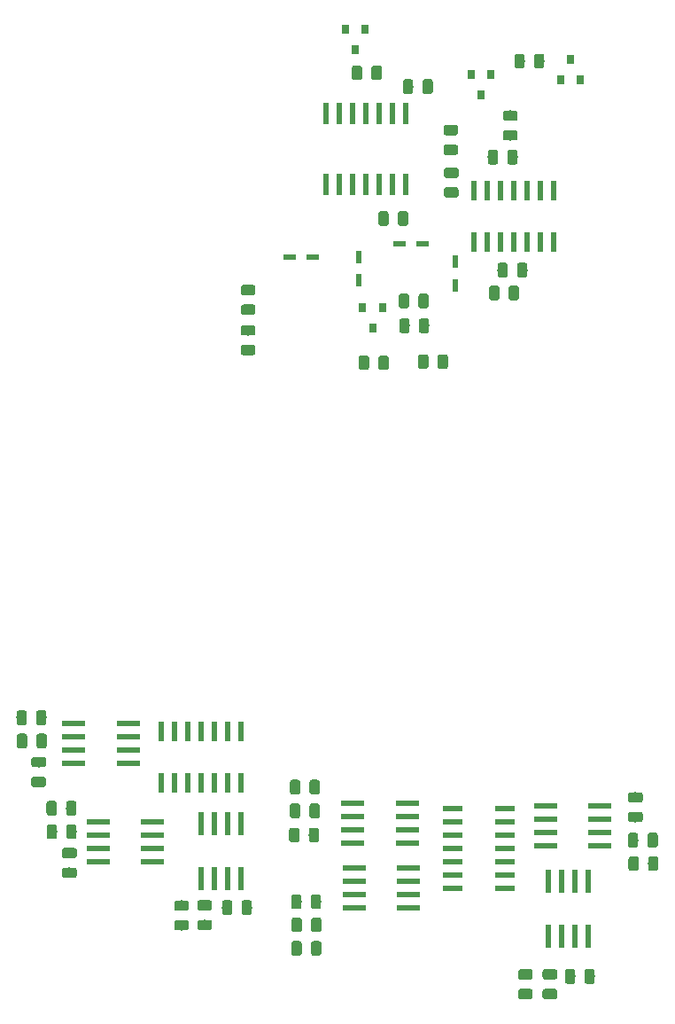
<source format=gtp>
G04 #@! TF.GenerationSoftware,KiCad,Pcbnew,(5.0.1)-4*
G04 #@! TF.CreationDate,2019-12-01T21:58:56-05:00*
G04 #@! TF.ProjectId,new_synth_transistor,6E65775F73796E74685F7472616E7369,rev?*
G04 #@! TF.SameCoordinates,Original*
G04 #@! TF.FileFunction,Paste,Top*
G04 #@! TF.FilePolarity,Positive*
%FSLAX46Y46*%
G04 Gerber Fmt 4.6, Leading zero omitted, Abs format (unit mm)*
G04 Created by KiCad (PCBNEW (5.0.1)-4) date 12/1/2019 9:58:56 PM*
%MOMM*%
%LPD*%
G01*
G04 APERTURE LIST*
%ADD10R,0.600000X1.970000*%
%ADD11R,2.200000X0.600000*%
%ADD12R,0.558800X2.159000*%
%ADD13C,0.100000*%
%ADD14C,0.975000*%
%ADD15R,1.168400X0.482600*%
%ADD16R,0.482600X1.168400*%
%ADD17R,0.800000X0.900000*%
%ADD18R,1.970000X0.600000*%
%ADD19R,0.600000X2.200000*%
G04 APERTURE END LIST*
D10*
G04 #@! TO.C,U12*
X272191529Y-34803212D03*
X270921529Y-34803212D03*
X269651529Y-34803212D03*
X268381529Y-34803212D03*
X267111529Y-34803212D03*
X265841529Y-34803212D03*
X264571529Y-34803212D03*
X264571529Y-39753212D03*
X265841529Y-39753212D03*
X267111529Y-39753212D03*
X268381529Y-39753212D03*
X269651529Y-39753212D03*
X270921529Y-39753212D03*
X272191529Y-39753212D03*
G04 #@! TD*
D11*
G04 #@! TO.C,U10*
X231546448Y-88244494D03*
X226346448Y-88244494D03*
X231546448Y-89514494D03*
X231546448Y-86974494D03*
X231546448Y-85704494D03*
X226346448Y-89514494D03*
X226346448Y-86974494D03*
X226346448Y-85704494D03*
G04 #@! TD*
G04 #@! TO.C,U6*
X276620280Y-97388680D03*
X276620280Y-96118680D03*
X276620280Y-93578680D03*
X271420280Y-97388680D03*
X271420280Y-96118680D03*
X271420280Y-93578680D03*
X276620280Y-94848680D03*
X271420280Y-94848680D03*
G04 #@! TD*
G04 #@! TO.C,U4*
X233852970Y-97682153D03*
X228652970Y-97682153D03*
X233852970Y-98952153D03*
X233852970Y-96412153D03*
X233852970Y-95142153D03*
X228652970Y-98952153D03*
X228652970Y-96412153D03*
X228652970Y-95142153D03*
G04 #@! TD*
D12*
G04 #@! TO.C,U11*
X250427100Y-34203102D03*
X251697100Y-34203102D03*
X252967100Y-34203102D03*
X254237100Y-34203102D03*
X255507100Y-34203102D03*
X256777100Y-34203102D03*
X258047100Y-34203102D03*
X258047100Y-27446702D03*
X256777100Y-27446702D03*
X255507100Y-27446702D03*
X254237100Y-27446702D03*
X252967100Y-27446702D03*
X251697100Y-27446702D03*
X250427100Y-27446702D03*
G04 #@! TD*
D13*
G04 #@! TO.C,C1*
G36*
X247757536Y-91095885D02*
X247781197Y-91099395D01*
X247804401Y-91105207D01*
X247826923Y-91113265D01*
X247848547Y-91123493D01*
X247869064Y-91135790D01*
X247888277Y-91150040D01*
X247906001Y-91166104D01*
X247922065Y-91183828D01*
X247936315Y-91203041D01*
X247948612Y-91223558D01*
X247958840Y-91245182D01*
X247966898Y-91267704D01*
X247972710Y-91290908D01*
X247976220Y-91314569D01*
X247977394Y-91338461D01*
X247977394Y-92250961D01*
X247976220Y-92274853D01*
X247972710Y-92298514D01*
X247966898Y-92321718D01*
X247958840Y-92344240D01*
X247948612Y-92365864D01*
X247936315Y-92386381D01*
X247922065Y-92405594D01*
X247906001Y-92423318D01*
X247888277Y-92439382D01*
X247869064Y-92453632D01*
X247848547Y-92465929D01*
X247826923Y-92476157D01*
X247804401Y-92484215D01*
X247781197Y-92490027D01*
X247757536Y-92493537D01*
X247733644Y-92494711D01*
X247246144Y-92494711D01*
X247222252Y-92493537D01*
X247198591Y-92490027D01*
X247175387Y-92484215D01*
X247152865Y-92476157D01*
X247131241Y-92465929D01*
X247110724Y-92453632D01*
X247091511Y-92439382D01*
X247073787Y-92423318D01*
X247057723Y-92405594D01*
X247043473Y-92386381D01*
X247031176Y-92365864D01*
X247020948Y-92344240D01*
X247012890Y-92321718D01*
X247007078Y-92298514D01*
X247003568Y-92274853D01*
X247002394Y-92250961D01*
X247002394Y-91338461D01*
X247003568Y-91314569D01*
X247007078Y-91290908D01*
X247012890Y-91267704D01*
X247020948Y-91245182D01*
X247031176Y-91223558D01*
X247043473Y-91203041D01*
X247057723Y-91183828D01*
X247073787Y-91166104D01*
X247091511Y-91150040D01*
X247110724Y-91135790D01*
X247131241Y-91123493D01*
X247152865Y-91113265D01*
X247175387Y-91105207D01*
X247198591Y-91099395D01*
X247222252Y-91095885D01*
X247246144Y-91094711D01*
X247733644Y-91094711D01*
X247757536Y-91095885D01*
X247757536Y-91095885D01*
G37*
D14*
X247489894Y-91794711D03*
D13*
G36*
X249632536Y-91095885D02*
X249656197Y-91099395D01*
X249679401Y-91105207D01*
X249701923Y-91113265D01*
X249723547Y-91123493D01*
X249744064Y-91135790D01*
X249763277Y-91150040D01*
X249781001Y-91166104D01*
X249797065Y-91183828D01*
X249811315Y-91203041D01*
X249823612Y-91223558D01*
X249833840Y-91245182D01*
X249841898Y-91267704D01*
X249847710Y-91290908D01*
X249851220Y-91314569D01*
X249852394Y-91338461D01*
X249852394Y-92250961D01*
X249851220Y-92274853D01*
X249847710Y-92298514D01*
X249841898Y-92321718D01*
X249833840Y-92344240D01*
X249823612Y-92365864D01*
X249811315Y-92386381D01*
X249797065Y-92405594D01*
X249781001Y-92423318D01*
X249763277Y-92439382D01*
X249744064Y-92453632D01*
X249723547Y-92465929D01*
X249701923Y-92476157D01*
X249679401Y-92484215D01*
X249656197Y-92490027D01*
X249632536Y-92493537D01*
X249608644Y-92494711D01*
X249121144Y-92494711D01*
X249097252Y-92493537D01*
X249073591Y-92490027D01*
X249050387Y-92484215D01*
X249027865Y-92476157D01*
X249006241Y-92465929D01*
X248985724Y-92453632D01*
X248966511Y-92439382D01*
X248948787Y-92423318D01*
X248932723Y-92405594D01*
X248918473Y-92386381D01*
X248906176Y-92365864D01*
X248895948Y-92344240D01*
X248887890Y-92321718D01*
X248882078Y-92298514D01*
X248878568Y-92274853D01*
X248877394Y-92250961D01*
X248877394Y-91338461D01*
X248878568Y-91314569D01*
X248882078Y-91290908D01*
X248887890Y-91267704D01*
X248895948Y-91245182D01*
X248906176Y-91223558D01*
X248918473Y-91203041D01*
X248932723Y-91183828D01*
X248948787Y-91166104D01*
X248966511Y-91150040D01*
X248985724Y-91135790D01*
X249006241Y-91123493D01*
X249027865Y-91113265D01*
X249050387Y-91105207D01*
X249073591Y-91099395D01*
X249097252Y-91095885D01*
X249121144Y-91094711D01*
X249608644Y-91094711D01*
X249632536Y-91095885D01*
X249632536Y-91095885D01*
G37*
D14*
X249364894Y-91794711D03*
G04 #@! TD*
D13*
G04 #@! TO.C,C2*
G36*
X224489892Y-93122527D02*
X224513553Y-93126037D01*
X224536757Y-93131849D01*
X224559279Y-93139907D01*
X224580903Y-93150135D01*
X224601420Y-93162432D01*
X224620633Y-93176682D01*
X224638357Y-93192746D01*
X224654421Y-93210470D01*
X224668671Y-93229683D01*
X224680968Y-93250200D01*
X224691196Y-93271824D01*
X224699254Y-93294346D01*
X224705066Y-93317550D01*
X224708576Y-93341211D01*
X224709750Y-93365103D01*
X224709750Y-94277603D01*
X224708576Y-94301495D01*
X224705066Y-94325156D01*
X224699254Y-94348360D01*
X224691196Y-94370882D01*
X224680968Y-94392506D01*
X224668671Y-94413023D01*
X224654421Y-94432236D01*
X224638357Y-94449960D01*
X224620633Y-94466024D01*
X224601420Y-94480274D01*
X224580903Y-94492571D01*
X224559279Y-94502799D01*
X224536757Y-94510857D01*
X224513553Y-94516669D01*
X224489892Y-94520179D01*
X224466000Y-94521353D01*
X223978500Y-94521353D01*
X223954608Y-94520179D01*
X223930947Y-94516669D01*
X223907743Y-94510857D01*
X223885221Y-94502799D01*
X223863597Y-94492571D01*
X223843080Y-94480274D01*
X223823867Y-94466024D01*
X223806143Y-94449960D01*
X223790079Y-94432236D01*
X223775829Y-94413023D01*
X223763532Y-94392506D01*
X223753304Y-94370882D01*
X223745246Y-94348360D01*
X223739434Y-94325156D01*
X223735924Y-94301495D01*
X223734750Y-94277603D01*
X223734750Y-93365103D01*
X223735924Y-93341211D01*
X223739434Y-93317550D01*
X223745246Y-93294346D01*
X223753304Y-93271824D01*
X223763532Y-93250200D01*
X223775829Y-93229683D01*
X223790079Y-93210470D01*
X223806143Y-93192746D01*
X223823867Y-93176682D01*
X223843080Y-93162432D01*
X223863597Y-93150135D01*
X223885221Y-93139907D01*
X223907743Y-93131849D01*
X223930947Y-93126037D01*
X223954608Y-93122527D01*
X223978500Y-93121353D01*
X224466000Y-93121353D01*
X224489892Y-93122527D01*
X224489892Y-93122527D01*
G37*
D14*
X224222250Y-93821353D03*
D13*
G36*
X226364892Y-93122527D02*
X226388553Y-93126037D01*
X226411757Y-93131849D01*
X226434279Y-93139907D01*
X226455903Y-93150135D01*
X226476420Y-93162432D01*
X226495633Y-93176682D01*
X226513357Y-93192746D01*
X226529421Y-93210470D01*
X226543671Y-93229683D01*
X226555968Y-93250200D01*
X226566196Y-93271824D01*
X226574254Y-93294346D01*
X226580066Y-93317550D01*
X226583576Y-93341211D01*
X226584750Y-93365103D01*
X226584750Y-94277603D01*
X226583576Y-94301495D01*
X226580066Y-94325156D01*
X226574254Y-94348360D01*
X226566196Y-94370882D01*
X226555968Y-94392506D01*
X226543671Y-94413023D01*
X226529421Y-94432236D01*
X226513357Y-94449960D01*
X226495633Y-94466024D01*
X226476420Y-94480274D01*
X226455903Y-94492571D01*
X226434279Y-94502799D01*
X226411757Y-94510857D01*
X226388553Y-94516669D01*
X226364892Y-94520179D01*
X226341000Y-94521353D01*
X225853500Y-94521353D01*
X225829608Y-94520179D01*
X225805947Y-94516669D01*
X225782743Y-94510857D01*
X225760221Y-94502799D01*
X225738597Y-94492571D01*
X225718080Y-94480274D01*
X225698867Y-94466024D01*
X225681143Y-94449960D01*
X225665079Y-94432236D01*
X225650829Y-94413023D01*
X225638532Y-94392506D01*
X225628304Y-94370882D01*
X225620246Y-94348360D01*
X225614434Y-94325156D01*
X225610924Y-94301495D01*
X225609750Y-94277603D01*
X225609750Y-93365103D01*
X225610924Y-93341211D01*
X225614434Y-93317550D01*
X225620246Y-93294346D01*
X225628304Y-93271824D01*
X225638532Y-93250200D01*
X225650829Y-93229683D01*
X225665079Y-93210470D01*
X225681143Y-93192746D01*
X225698867Y-93176682D01*
X225718080Y-93162432D01*
X225738597Y-93150135D01*
X225760221Y-93139907D01*
X225782743Y-93131849D01*
X225805947Y-93126037D01*
X225829608Y-93122527D01*
X225853500Y-93121353D01*
X226341000Y-93121353D01*
X226364892Y-93122527D01*
X226364892Y-93122527D01*
G37*
D14*
X226097250Y-93821353D03*
G04 #@! TD*
D13*
G04 #@! TO.C,C3*
G36*
X249756437Y-102050095D02*
X249780098Y-102053605D01*
X249803302Y-102059417D01*
X249825824Y-102067475D01*
X249847448Y-102077703D01*
X249867965Y-102090000D01*
X249887178Y-102104250D01*
X249904902Y-102120314D01*
X249920966Y-102138038D01*
X249935216Y-102157251D01*
X249947513Y-102177768D01*
X249957741Y-102199392D01*
X249965799Y-102221914D01*
X249971611Y-102245118D01*
X249975121Y-102268779D01*
X249976295Y-102292671D01*
X249976295Y-103205171D01*
X249975121Y-103229063D01*
X249971611Y-103252724D01*
X249965799Y-103275928D01*
X249957741Y-103298450D01*
X249947513Y-103320074D01*
X249935216Y-103340591D01*
X249920966Y-103359804D01*
X249904902Y-103377528D01*
X249887178Y-103393592D01*
X249867965Y-103407842D01*
X249847448Y-103420139D01*
X249825824Y-103430367D01*
X249803302Y-103438425D01*
X249780098Y-103444237D01*
X249756437Y-103447747D01*
X249732545Y-103448921D01*
X249245045Y-103448921D01*
X249221153Y-103447747D01*
X249197492Y-103444237D01*
X249174288Y-103438425D01*
X249151766Y-103430367D01*
X249130142Y-103420139D01*
X249109625Y-103407842D01*
X249090412Y-103393592D01*
X249072688Y-103377528D01*
X249056624Y-103359804D01*
X249042374Y-103340591D01*
X249030077Y-103320074D01*
X249019849Y-103298450D01*
X249011791Y-103275928D01*
X249005979Y-103252724D01*
X249002469Y-103229063D01*
X249001295Y-103205171D01*
X249001295Y-102292671D01*
X249002469Y-102268779D01*
X249005979Y-102245118D01*
X249011791Y-102221914D01*
X249019849Y-102199392D01*
X249030077Y-102177768D01*
X249042374Y-102157251D01*
X249056624Y-102138038D01*
X249072688Y-102120314D01*
X249090412Y-102104250D01*
X249109625Y-102090000D01*
X249130142Y-102077703D01*
X249151766Y-102067475D01*
X249174288Y-102059417D01*
X249197492Y-102053605D01*
X249221153Y-102050095D01*
X249245045Y-102048921D01*
X249732545Y-102048921D01*
X249756437Y-102050095D01*
X249756437Y-102050095D01*
G37*
D14*
X249488795Y-102748921D03*
D13*
G36*
X247881437Y-102050095D02*
X247905098Y-102053605D01*
X247928302Y-102059417D01*
X247950824Y-102067475D01*
X247972448Y-102077703D01*
X247992965Y-102090000D01*
X248012178Y-102104250D01*
X248029902Y-102120314D01*
X248045966Y-102138038D01*
X248060216Y-102157251D01*
X248072513Y-102177768D01*
X248082741Y-102199392D01*
X248090799Y-102221914D01*
X248096611Y-102245118D01*
X248100121Y-102268779D01*
X248101295Y-102292671D01*
X248101295Y-103205171D01*
X248100121Y-103229063D01*
X248096611Y-103252724D01*
X248090799Y-103275928D01*
X248082741Y-103298450D01*
X248072513Y-103320074D01*
X248060216Y-103340591D01*
X248045966Y-103359804D01*
X248029902Y-103377528D01*
X248012178Y-103393592D01*
X247992965Y-103407842D01*
X247972448Y-103420139D01*
X247950824Y-103430367D01*
X247928302Y-103438425D01*
X247905098Y-103444237D01*
X247881437Y-103447747D01*
X247857545Y-103448921D01*
X247370045Y-103448921D01*
X247346153Y-103447747D01*
X247322492Y-103444237D01*
X247299288Y-103438425D01*
X247276766Y-103430367D01*
X247255142Y-103420139D01*
X247234625Y-103407842D01*
X247215412Y-103393592D01*
X247197688Y-103377528D01*
X247181624Y-103359804D01*
X247167374Y-103340591D01*
X247155077Y-103320074D01*
X247144849Y-103298450D01*
X247136791Y-103275928D01*
X247130979Y-103252724D01*
X247127469Y-103229063D01*
X247126295Y-103205171D01*
X247126295Y-102292671D01*
X247127469Y-102268779D01*
X247130979Y-102245118D01*
X247136791Y-102221914D01*
X247144849Y-102199392D01*
X247155077Y-102177768D01*
X247167374Y-102157251D01*
X247181624Y-102138038D01*
X247197688Y-102120314D01*
X247215412Y-102104250D01*
X247234625Y-102090000D01*
X247255142Y-102077703D01*
X247276766Y-102067475D01*
X247299288Y-102059417D01*
X247322492Y-102053605D01*
X247346153Y-102050095D01*
X247370045Y-102048921D01*
X247857545Y-102048921D01*
X247881437Y-102050095D01*
X247881437Y-102050095D01*
G37*
D14*
X247613795Y-102748921D03*
G04 #@! TD*
D13*
G04 #@! TO.C,C4*
G36*
X280111902Y-98411974D02*
X280135563Y-98415484D01*
X280158767Y-98421296D01*
X280181289Y-98429354D01*
X280202913Y-98439582D01*
X280223430Y-98451879D01*
X280242643Y-98466129D01*
X280260367Y-98482193D01*
X280276431Y-98499917D01*
X280290681Y-98519130D01*
X280302978Y-98539647D01*
X280313206Y-98561271D01*
X280321264Y-98583793D01*
X280327076Y-98606997D01*
X280330586Y-98630658D01*
X280331760Y-98654550D01*
X280331760Y-99567050D01*
X280330586Y-99590942D01*
X280327076Y-99614603D01*
X280321264Y-99637807D01*
X280313206Y-99660329D01*
X280302978Y-99681953D01*
X280290681Y-99702470D01*
X280276431Y-99721683D01*
X280260367Y-99739407D01*
X280242643Y-99755471D01*
X280223430Y-99769721D01*
X280202913Y-99782018D01*
X280181289Y-99792246D01*
X280158767Y-99800304D01*
X280135563Y-99806116D01*
X280111902Y-99809626D01*
X280088010Y-99810800D01*
X279600510Y-99810800D01*
X279576618Y-99809626D01*
X279552957Y-99806116D01*
X279529753Y-99800304D01*
X279507231Y-99792246D01*
X279485607Y-99782018D01*
X279465090Y-99769721D01*
X279445877Y-99755471D01*
X279428153Y-99739407D01*
X279412089Y-99721683D01*
X279397839Y-99702470D01*
X279385542Y-99681953D01*
X279375314Y-99660329D01*
X279367256Y-99637807D01*
X279361444Y-99614603D01*
X279357934Y-99590942D01*
X279356760Y-99567050D01*
X279356760Y-98654550D01*
X279357934Y-98630658D01*
X279361444Y-98606997D01*
X279367256Y-98583793D01*
X279375314Y-98561271D01*
X279385542Y-98539647D01*
X279397839Y-98519130D01*
X279412089Y-98499917D01*
X279428153Y-98482193D01*
X279445877Y-98466129D01*
X279465090Y-98451879D01*
X279485607Y-98439582D01*
X279507231Y-98429354D01*
X279529753Y-98421296D01*
X279552957Y-98415484D01*
X279576618Y-98411974D01*
X279600510Y-98410800D01*
X280088010Y-98410800D01*
X280111902Y-98411974D01*
X280111902Y-98411974D01*
G37*
D14*
X279844260Y-99110800D03*
D13*
G36*
X281986902Y-98411974D02*
X282010563Y-98415484D01*
X282033767Y-98421296D01*
X282056289Y-98429354D01*
X282077913Y-98439582D01*
X282098430Y-98451879D01*
X282117643Y-98466129D01*
X282135367Y-98482193D01*
X282151431Y-98499917D01*
X282165681Y-98519130D01*
X282177978Y-98539647D01*
X282188206Y-98561271D01*
X282196264Y-98583793D01*
X282202076Y-98606997D01*
X282205586Y-98630658D01*
X282206760Y-98654550D01*
X282206760Y-99567050D01*
X282205586Y-99590942D01*
X282202076Y-99614603D01*
X282196264Y-99637807D01*
X282188206Y-99660329D01*
X282177978Y-99681953D01*
X282165681Y-99702470D01*
X282151431Y-99721683D01*
X282135367Y-99739407D01*
X282117643Y-99755471D01*
X282098430Y-99769721D01*
X282077913Y-99782018D01*
X282056289Y-99792246D01*
X282033767Y-99800304D01*
X282010563Y-99806116D01*
X281986902Y-99809626D01*
X281963010Y-99810800D01*
X281475510Y-99810800D01*
X281451618Y-99809626D01*
X281427957Y-99806116D01*
X281404753Y-99800304D01*
X281382231Y-99792246D01*
X281360607Y-99782018D01*
X281340090Y-99769721D01*
X281320877Y-99755471D01*
X281303153Y-99739407D01*
X281287089Y-99721683D01*
X281272839Y-99702470D01*
X281260542Y-99681953D01*
X281250314Y-99660329D01*
X281242256Y-99637807D01*
X281236444Y-99614603D01*
X281232934Y-99590942D01*
X281231760Y-99567050D01*
X281231760Y-98654550D01*
X281232934Y-98630658D01*
X281236444Y-98606997D01*
X281242256Y-98583793D01*
X281250314Y-98561271D01*
X281260542Y-98539647D01*
X281272839Y-98519130D01*
X281287089Y-98499917D01*
X281303153Y-98482193D01*
X281320877Y-98466129D01*
X281340090Y-98451879D01*
X281360607Y-98439582D01*
X281382231Y-98429354D01*
X281404753Y-98421296D01*
X281427957Y-98415484D01*
X281451618Y-98411974D01*
X281475510Y-98410800D01*
X281963010Y-98410800D01*
X281986902Y-98411974D01*
X281986902Y-98411974D01*
G37*
D14*
X281719260Y-99110800D03*
G04 #@! TD*
D13*
G04 #@! TO.C,C5*
G36*
X269994462Y-111068174D02*
X270018123Y-111071684D01*
X270041327Y-111077496D01*
X270063849Y-111085554D01*
X270085473Y-111095782D01*
X270105990Y-111108079D01*
X270125203Y-111122329D01*
X270142927Y-111138393D01*
X270158991Y-111156117D01*
X270173241Y-111175330D01*
X270185538Y-111195847D01*
X270195766Y-111217471D01*
X270203824Y-111239993D01*
X270209636Y-111263197D01*
X270213146Y-111286858D01*
X270214320Y-111310750D01*
X270214320Y-111798250D01*
X270213146Y-111822142D01*
X270209636Y-111845803D01*
X270203824Y-111869007D01*
X270195766Y-111891529D01*
X270185538Y-111913153D01*
X270173241Y-111933670D01*
X270158991Y-111952883D01*
X270142927Y-111970607D01*
X270125203Y-111986671D01*
X270105990Y-112000921D01*
X270085473Y-112013218D01*
X270063849Y-112023446D01*
X270041327Y-112031504D01*
X270018123Y-112037316D01*
X269994462Y-112040826D01*
X269970570Y-112042000D01*
X269058070Y-112042000D01*
X269034178Y-112040826D01*
X269010517Y-112037316D01*
X268987313Y-112031504D01*
X268964791Y-112023446D01*
X268943167Y-112013218D01*
X268922650Y-112000921D01*
X268903437Y-111986671D01*
X268885713Y-111970607D01*
X268869649Y-111952883D01*
X268855399Y-111933670D01*
X268843102Y-111913153D01*
X268832874Y-111891529D01*
X268824816Y-111869007D01*
X268819004Y-111845803D01*
X268815494Y-111822142D01*
X268814320Y-111798250D01*
X268814320Y-111310750D01*
X268815494Y-111286858D01*
X268819004Y-111263197D01*
X268824816Y-111239993D01*
X268832874Y-111217471D01*
X268843102Y-111195847D01*
X268855399Y-111175330D01*
X268869649Y-111156117D01*
X268885713Y-111138393D01*
X268903437Y-111122329D01*
X268922650Y-111108079D01*
X268943167Y-111095782D01*
X268964791Y-111085554D01*
X268987313Y-111077496D01*
X269010517Y-111071684D01*
X269034178Y-111068174D01*
X269058070Y-111067000D01*
X269970570Y-111067000D01*
X269994462Y-111068174D01*
X269994462Y-111068174D01*
G37*
D14*
X269514320Y-111554500D03*
D13*
G36*
X269994462Y-109193174D02*
X270018123Y-109196684D01*
X270041327Y-109202496D01*
X270063849Y-109210554D01*
X270085473Y-109220782D01*
X270105990Y-109233079D01*
X270125203Y-109247329D01*
X270142927Y-109263393D01*
X270158991Y-109281117D01*
X270173241Y-109300330D01*
X270185538Y-109320847D01*
X270195766Y-109342471D01*
X270203824Y-109364993D01*
X270209636Y-109388197D01*
X270213146Y-109411858D01*
X270214320Y-109435750D01*
X270214320Y-109923250D01*
X270213146Y-109947142D01*
X270209636Y-109970803D01*
X270203824Y-109994007D01*
X270195766Y-110016529D01*
X270185538Y-110038153D01*
X270173241Y-110058670D01*
X270158991Y-110077883D01*
X270142927Y-110095607D01*
X270125203Y-110111671D01*
X270105990Y-110125921D01*
X270085473Y-110138218D01*
X270063849Y-110148446D01*
X270041327Y-110156504D01*
X270018123Y-110162316D01*
X269994462Y-110165826D01*
X269970570Y-110167000D01*
X269058070Y-110167000D01*
X269034178Y-110165826D01*
X269010517Y-110162316D01*
X268987313Y-110156504D01*
X268964791Y-110148446D01*
X268943167Y-110138218D01*
X268922650Y-110125921D01*
X268903437Y-110111671D01*
X268885713Y-110095607D01*
X268869649Y-110077883D01*
X268855399Y-110058670D01*
X268843102Y-110038153D01*
X268832874Y-110016529D01*
X268824816Y-109994007D01*
X268819004Y-109970803D01*
X268815494Y-109947142D01*
X268814320Y-109923250D01*
X268814320Y-109435750D01*
X268815494Y-109411858D01*
X268819004Y-109388197D01*
X268824816Y-109364993D01*
X268832874Y-109342471D01*
X268843102Y-109320847D01*
X268855399Y-109300330D01*
X268869649Y-109281117D01*
X268885713Y-109263393D01*
X268903437Y-109247329D01*
X268922650Y-109233079D01*
X268943167Y-109220782D01*
X268964791Y-109210554D01*
X268987313Y-109202496D01*
X269010517Y-109196684D01*
X269034178Y-109193174D01*
X269058070Y-109192000D01*
X269970570Y-109192000D01*
X269994462Y-109193174D01*
X269994462Y-109193174D01*
G37*
D14*
X269514320Y-109679500D03*
G04 #@! TD*
D13*
G04 #@! TO.C,C6*
G36*
X237111622Y-102629814D02*
X237135283Y-102633324D01*
X237158487Y-102639136D01*
X237181009Y-102647194D01*
X237202633Y-102657422D01*
X237223150Y-102669719D01*
X237242363Y-102683969D01*
X237260087Y-102700033D01*
X237276151Y-102717757D01*
X237290401Y-102736970D01*
X237302698Y-102757487D01*
X237312926Y-102779111D01*
X237320984Y-102801633D01*
X237326796Y-102824837D01*
X237330306Y-102848498D01*
X237331480Y-102872390D01*
X237331480Y-103359890D01*
X237330306Y-103383782D01*
X237326796Y-103407443D01*
X237320984Y-103430647D01*
X237312926Y-103453169D01*
X237302698Y-103474793D01*
X237290401Y-103495310D01*
X237276151Y-103514523D01*
X237260087Y-103532247D01*
X237242363Y-103548311D01*
X237223150Y-103562561D01*
X237202633Y-103574858D01*
X237181009Y-103585086D01*
X237158487Y-103593144D01*
X237135283Y-103598956D01*
X237111622Y-103602466D01*
X237087730Y-103603640D01*
X236175230Y-103603640D01*
X236151338Y-103602466D01*
X236127677Y-103598956D01*
X236104473Y-103593144D01*
X236081951Y-103585086D01*
X236060327Y-103574858D01*
X236039810Y-103562561D01*
X236020597Y-103548311D01*
X236002873Y-103532247D01*
X235986809Y-103514523D01*
X235972559Y-103495310D01*
X235960262Y-103474793D01*
X235950034Y-103453169D01*
X235941976Y-103430647D01*
X235936164Y-103407443D01*
X235932654Y-103383782D01*
X235931480Y-103359890D01*
X235931480Y-102872390D01*
X235932654Y-102848498D01*
X235936164Y-102824837D01*
X235941976Y-102801633D01*
X235950034Y-102779111D01*
X235960262Y-102757487D01*
X235972559Y-102736970D01*
X235986809Y-102717757D01*
X236002873Y-102700033D01*
X236020597Y-102683969D01*
X236039810Y-102669719D01*
X236060327Y-102657422D01*
X236081951Y-102647194D01*
X236104473Y-102639136D01*
X236127677Y-102633324D01*
X236151338Y-102629814D01*
X236175230Y-102628640D01*
X237087730Y-102628640D01*
X237111622Y-102629814D01*
X237111622Y-102629814D01*
G37*
D14*
X236631480Y-103116140D03*
D13*
G36*
X237111622Y-104504814D02*
X237135283Y-104508324D01*
X237158487Y-104514136D01*
X237181009Y-104522194D01*
X237202633Y-104532422D01*
X237223150Y-104544719D01*
X237242363Y-104558969D01*
X237260087Y-104575033D01*
X237276151Y-104592757D01*
X237290401Y-104611970D01*
X237302698Y-104632487D01*
X237312926Y-104654111D01*
X237320984Y-104676633D01*
X237326796Y-104699837D01*
X237330306Y-104723498D01*
X237331480Y-104747390D01*
X237331480Y-105234890D01*
X237330306Y-105258782D01*
X237326796Y-105282443D01*
X237320984Y-105305647D01*
X237312926Y-105328169D01*
X237302698Y-105349793D01*
X237290401Y-105370310D01*
X237276151Y-105389523D01*
X237260087Y-105407247D01*
X237242363Y-105423311D01*
X237223150Y-105437561D01*
X237202633Y-105449858D01*
X237181009Y-105460086D01*
X237158487Y-105468144D01*
X237135283Y-105473956D01*
X237111622Y-105477466D01*
X237087730Y-105478640D01*
X236175230Y-105478640D01*
X236151338Y-105477466D01*
X236127677Y-105473956D01*
X236104473Y-105468144D01*
X236081951Y-105460086D01*
X236060327Y-105449858D01*
X236039810Y-105437561D01*
X236020597Y-105423311D01*
X236002873Y-105407247D01*
X235986809Y-105389523D01*
X235972559Y-105370310D01*
X235960262Y-105349793D01*
X235950034Y-105328169D01*
X235941976Y-105305647D01*
X235936164Y-105282443D01*
X235932654Y-105258782D01*
X235931480Y-105234890D01*
X235931480Y-104747390D01*
X235932654Y-104723498D01*
X235936164Y-104699837D01*
X235941976Y-104676633D01*
X235950034Y-104654111D01*
X235960262Y-104632487D01*
X235972559Y-104611970D01*
X235986809Y-104592757D01*
X236002873Y-104575033D01*
X236020597Y-104558969D01*
X236039810Y-104544719D01*
X236060327Y-104532422D01*
X236081951Y-104522194D01*
X236104473Y-104514136D01*
X236127677Y-104508324D01*
X236151338Y-104504814D01*
X236175230Y-104503640D01*
X237087730Y-104503640D01*
X237111622Y-104504814D01*
X237111622Y-104504814D01*
G37*
D14*
X236631480Y-104991140D03*
G04 #@! TD*
D13*
G04 #@! TO.C,C7*
G36*
X221631950Y-84467188D02*
X221655611Y-84470698D01*
X221678815Y-84476510D01*
X221701337Y-84484568D01*
X221722961Y-84494796D01*
X221743478Y-84507093D01*
X221762691Y-84521343D01*
X221780415Y-84537407D01*
X221796479Y-84555131D01*
X221810729Y-84574344D01*
X221823026Y-84594861D01*
X221833254Y-84616485D01*
X221841312Y-84639007D01*
X221847124Y-84662211D01*
X221850634Y-84685872D01*
X221851808Y-84709764D01*
X221851808Y-85622264D01*
X221850634Y-85646156D01*
X221847124Y-85669817D01*
X221841312Y-85693021D01*
X221833254Y-85715543D01*
X221823026Y-85737167D01*
X221810729Y-85757684D01*
X221796479Y-85776897D01*
X221780415Y-85794621D01*
X221762691Y-85810685D01*
X221743478Y-85824935D01*
X221722961Y-85837232D01*
X221701337Y-85847460D01*
X221678815Y-85855518D01*
X221655611Y-85861330D01*
X221631950Y-85864840D01*
X221608058Y-85866014D01*
X221120558Y-85866014D01*
X221096666Y-85864840D01*
X221073005Y-85861330D01*
X221049801Y-85855518D01*
X221027279Y-85847460D01*
X221005655Y-85837232D01*
X220985138Y-85824935D01*
X220965925Y-85810685D01*
X220948201Y-85794621D01*
X220932137Y-85776897D01*
X220917887Y-85757684D01*
X220905590Y-85737167D01*
X220895362Y-85715543D01*
X220887304Y-85693021D01*
X220881492Y-85669817D01*
X220877982Y-85646156D01*
X220876808Y-85622264D01*
X220876808Y-84709764D01*
X220877982Y-84685872D01*
X220881492Y-84662211D01*
X220887304Y-84639007D01*
X220895362Y-84616485D01*
X220905590Y-84594861D01*
X220917887Y-84574344D01*
X220932137Y-84555131D01*
X220948201Y-84537407D01*
X220965925Y-84521343D01*
X220985138Y-84507093D01*
X221005655Y-84494796D01*
X221027279Y-84484568D01*
X221049801Y-84476510D01*
X221073005Y-84470698D01*
X221096666Y-84467188D01*
X221120558Y-84466014D01*
X221608058Y-84466014D01*
X221631950Y-84467188D01*
X221631950Y-84467188D01*
G37*
D14*
X221364308Y-85166014D03*
D13*
G36*
X223506950Y-84467188D02*
X223530611Y-84470698D01*
X223553815Y-84476510D01*
X223576337Y-84484568D01*
X223597961Y-84494796D01*
X223618478Y-84507093D01*
X223637691Y-84521343D01*
X223655415Y-84537407D01*
X223671479Y-84555131D01*
X223685729Y-84574344D01*
X223698026Y-84594861D01*
X223708254Y-84616485D01*
X223716312Y-84639007D01*
X223722124Y-84662211D01*
X223725634Y-84685872D01*
X223726808Y-84709764D01*
X223726808Y-85622264D01*
X223725634Y-85646156D01*
X223722124Y-85669817D01*
X223716312Y-85693021D01*
X223708254Y-85715543D01*
X223698026Y-85737167D01*
X223685729Y-85757684D01*
X223671479Y-85776897D01*
X223655415Y-85794621D01*
X223637691Y-85810685D01*
X223618478Y-85824935D01*
X223597961Y-85837232D01*
X223576337Y-85847460D01*
X223553815Y-85855518D01*
X223530611Y-85861330D01*
X223506950Y-85864840D01*
X223483058Y-85866014D01*
X222995558Y-85866014D01*
X222971666Y-85864840D01*
X222948005Y-85861330D01*
X222924801Y-85855518D01*
X222902279Y-85847460D01*
X222880655Y-85837232D01*
X222860138Y-85824935D01*
X222840925Y-85810685D01*
X222823201Y-85794621D01*
X222807137Y-85776897D01*
X222792887Y-85757684D01*
X222780590Y-85737167D01*
X222770362Y-85715543D01*
X222762304Y-85693021D01*
X222756492Y-85669817D01*
X222752982Y-85646156D01*
X222751808Y-85622264D01*
X222751808Y-84709764D01*
X222752982Y-84685872D01*
X222756492Y-84662211D01*
X222762304Y-84639007D01*
X222770362Y-84616485D01*
X222780590Y-84594861D01*
X222792887Y-84574344D01*
X222807137Y-84555131D01*
X222823201Y-84537407D01*
X222840925Y-84521343D01*
X222860138Y-84507093D01*
X222880655Y-84494796D01*
X222902279Y-84484568D01*
X222924801Y-84476510D01*
X222948005Y-84470698D01*
X222971666Y-84467188D01*
X222995558Y-84466014D01*
X223483058Y-84466014D01*
X223506950Y-84467188D01*
X223506950Y-84467188D01*
G37*
D14*
X223239308Y-85166014D03*
G04 #@! TD*
D13*
G04 #@! TO.C,C8*
G36*
X268543562Y-30938876D02*
X268567223Y-30942386D01*
X268590427Y-30948198D01*
X268612949Y-30956256D01*
X268634573Y-30966484D01*
X268655090Y-30978781D01*
X268674303Y-30993031D01*
X268692027Y-31009095D01*
X268708091Y-31026819D01*
X268722341Y-31046032D01*
X268734638Y-31066549D01*
X268744866Y-31088173D01*
X268752924Y-31110695D01*
X268758736Y-31133899D01*
X268762246Y-31157560D01*
X268763420Y-31181452D01*
X268763420Y-32093952D01*
X268762246Y-32117844D01*
X268758736Y-32141505D01*
X268752924Y-32164709D01*
X268744866Y-32187231D01*
X268734638Y-32208855D01*
X268722341Y-32229372D01*
X268708091Y-32248585D01*
X268692027Y-32266309D01*
X268674303Y-32282373D01*
X268655090Y-32296623D01*
X268634573Y-32308920D01*
X268612949Y-32319148D01*
X268590427Y-32327206D01*
X268567223Y-32333018D01*
X268543562Y-32336528D01*
X268519670Y-32337702D01*
X268032170Y-32337702D01*
X268008278Y-32336528D01*
X267984617Y-32333018D01*
X267961413Y-32327206D01*
X267938891Y-32319148D01*
X267917267Y-32308920D01*
X267896750Y-32296623D01*
X267877537Y-32282373D01*
X267859813Y-32266309D01*
X267843749Y-32248585D01*
X267829499Y-32229372D01*
X267817202Y-32208855D01*
X267806974Y-32187231D01*
X267798916Y-32164709D01*
X267793104Y-32141505D01*
X267789594Y-32117844D01*
X267788420Y-32093952D01*
X267788420Y-31181452D01*
X267789594Y-31157560D01*
X267793104Y-31133899D01*
X267798916Y-31110695D01*
X267806974Y-31088173D01*
X267817202Y-31066549D01*
X267829499Y-31046032D01*
X267843749Y-31026819D01*
X267859813Y-31009095D01*
X267877537Y-30993031D01*
X267896750Y-30978781D01*
X267917267Y-30966484D01*
X267938891Y-30956256D01*
X267961413Y-30948198D01*
X267984617Y-30942386D01*
X268008278Y-30938876D01*
X268032170Y-30937702D01*
X268519670Y-30937702D01*
X268543562Y-30938876D01*
X268543562Y-30938876D01*
G37*
D14*
X268275920Y-31637702D03*
D13*
G36*
X266668562Y-30938876D02*
X266692223Y-30942386D01*
X266715427Y-30948198D01*
X266737949Y-30956256D01*
X266759573Y-30966484D01*
X266780090Y-30978781D01*
X266799303Y-30993031D01*
X266817027Y-31009095D01*
X266833091Y-31026819D01*
X266847341Y-31046032D01*
X266859638Y-31066549D01*
X266869866Y-31088173D01*
X266877924Y-31110695D01*
X266883736Y-31133899D01*
X266887246Y-31157560D01*
X266888420Y-31181452D01*
X266888420Y-32093952D01*
X266887246Y-32117844D01*
X266883736Y-32141505D01*
X266877924Y-32164709D01*
X266869866Y-32187231D01*
X266859638Y-32208855D01*
X266847341Y-32229372D01*
X266833091Y-32248585D01*
X266817027Y-32266309D01*
X266799303Y-32282373D01*
X266780090Y-32296623D01*
X266759573Y-32308920D01*
X266737949Y-32319148D01*
X266715427Y-32327206D01*
X266692223Y-32333018D01*
X266668562Y-32336528D01*
X266644670Y-32337702D01*
X266157170Y-32337702D01*
X266133278Y-32336528D01*
X266109617Y-32333018D01*
X266086413Y-32327206D01*
X266063891Y-32319148D01*
X266042267Y-32308920D01*
X266021750Y-32296623D01*
X266002537Y-32282373D01*
X265984813Y-32266309D01*
X265968749Y-32248585D01*
X265954499Y-32229372D01*
X265942202Y-32208855D01*
X265931974Y-32187231D01*
X265923916Y-32164709D01*
X265918104Y-32141505D01*
X265914594Y-32117844D01*
X265913420Y-32093952D01*
X265913420Y-31181452D01*
X265914594Y-31157560D01*
X265918104Y-31133899D01*
X265923916Y-31110695D01*
X265931974Y-31088173D01*
X265942202Y-31066549D01*
X265954499Y-31046032D01*
X265968749Y-31026819D01*
X265984813Y-31009095D01*
X266002537Y-30993031D01*
X266021750Y-30978781D01*
X266042267Y-30966484D01*
X266063891Y-30956256D01*
X266086413Y-30948198D01*
X266109617Y-30942386D01*
X266133278Y-30938876D01*
X266157170Y-30937702D01*
X266644670Y-30937702D01*
X266668562Y-30938876D01*
X266668562Y-30938876D01*
G37*
D14*
X266400920Y-31637702D03*
G04 #@! TD*
D15*
G04 #@! TO.C,CR1*
X246942220Y-41218582D03*
X249177420Y-41218582D03*
G04 #@! TD*
D16*
G04 #@! TO.C,CR2*
X262773209Y-43872052D03*
X262773209Y-41636852D03*
G04 #@! TD*
G04 #@! TO.C,CR3*
X253571620Y-43382662D03*
X253571620Y-41147462D03*
G04 #@! TD*
D15*
G04 #@! TO.C,CR4*
X257478140Y-39913022D03*
X259713340Y-39913022D03*
G04 #@! TD*
D17*
G04 #@! TO.C,Q1*
X272851840Y-24276560D03*
X274751840Y-24276560D03*
X273801840Y-22276560D03*
G04 #@! TD*
G04 #@! TO.C,Q2*
X254907700Y-47993782D03*
X253957700Y-45993782D03*
X255857700Y-45993782D03*
G04 #@! TD*
G04 #@! TO.C,Q3*
X265286100Y-25703502D03*
X264336100Y-23703502D03*
X266236100Y-23703502D03*
G04 #@! TD*
G04 #@! TO.C,Q4*
X254211740Y-19410902D03*
X252311740Y-19410902D03*
X253261740Y-21410902D03*
G04 #@! TD*
D13*
G04 #@! TO.C,R1*
G36*
X243469055Y-47692341D02*
X243492716Y-47695851D01*
X243515920Y-47701663D01*
X243538442Y-47709721D01*
X243560066Y-47719949D01*
X243580583Y-47732246D01*
X243599796Y-47746496D01*
X243617520Y-47762560D01*
X243633584Y-47780284D01*
X243647834Y-47799497D01*
X243660131Y-47820014D01*
X243670359Y-47841638D01*
X243678417Y-47864160D01*
X243684229Y-47887364D01*
X243687739Y-47911025D01*
X243688913Y-47934917D01*
X243688913Y-48422417D01*
X243687739Y-48446309D01*
X243684229Y-48469970D01*
X243678417Y-48493174D01*
X243670359Y-48515696D01*
X243660131Y-48537320D01*
X243647834Y-48557837D01*
X243633584Y-48577050D01*
X243617520Y-48594774D01*
X243599796Y-48610838D01*
X243580583Y-48625088D01*
X243560066Y-48637385D01*
X243538442Y-48647613D01*
X243515920Y-48655671D01*
X243492716Y-48661483D01*
X243469055Y-48664993D01*
X243445163Y-48666167D01*
X242532663Y-48666167D01*
X242508771Y-48664993D01*
X242485110Y-48661483D01*
X242461906Y-48655671D01*
X242439384Y-48647613D01*
X242417760Y-48637385D01*
X242397243Y-48625088D01*
X242378030Y-48610838D01*
X242360306Y-48594774D01*
X242344242Y-48577050D01*
X242329992Y-48557837D01*
X242317695Y-48537320D01*
X242307467Y-48515696D01*
X242299409Y-48493174D01*
X242293597Y-48469970D01*
X242290087Y-48446309D01*
X242288913Y-48422417D01*
X242288913Y-47934917D01*
X242290087Y-47911025D01*
X242293597Y-47887364D01*
X242299409Y-47864160D01*
X242307467Y-47841638D01*
X242317695Y-47820014D01*
X242329992Y-47799497D01*
X242344242Y-47780284D01*
X242360306Y-47762560D01*
X242378030Y-47746496D01*
X242397243Y-47732246D01*
X242417760Y-47719949D01*
X242439384Y-47709721D01*
X242461906Y-47701663D01*
X242485110Y-47695851D01*
X242508771Y-47692341D01*
X242532663Y-47691167D01*
X243445163Y-47691167D01*
X243469055Y-47692341D01*
X243469055Y-47692341D01*
G37*
D14*
X242988913Y-48178667D03*
D13*
G36*
X243469055Y-49567341D02*
X243492716Y-49570851D01*
X243515920Y-49576663D01*
X243538442Y-49584721D01*
X243560066Y-49594949D01*
X243580583Y-49607246D01*
X243599796Y-49621496D01*
X243617520Y-49637560D01*
X243633584Y-49655284D01*
X243647834Y-49674497D01*
X243660131Y-49695014D01*
X243670359Y-49716638D01*
X243678417Y-49739160D01*
X243684229Y-49762364D01*
X243687739Y-49786025D01*
X243688913Y-49809917D01*
X243688913Y-50297417D01*
X243687739Y-50321309D01*
X243684229Y-50344970D01*
X243678417Y-50368174D01*
X243670359Y-50390696D01*
X243660131Y-50412320D01*
X243647834Y-50432837D01*
X243633584Y-50452050D01*
X243617520Y-50469774D01*
X243599796Y-50485838D01*
X243580583Y-50500088D01*
X243560066Y-50512385D01*
X243538442Y-50522613D01*
X243515920Y-50530671D01*
X243492716Y-50536483D01*
X243469055Y-50539993D01*
X243445163Y-50541167D01*
X242532663Y-50541167D01*
X242508771Y-50539993D01*
X242485110Y-50536483D01*
X242461906Y-50530671D01*
X242439384Y-50522613D01*
X242417760Y-50512385D01*
X242397243Y-50500088D01*
X242378030Y-50485838D01*
X242360306Y-50469774D01*
X242344242Y-50452050D01*
X242329992Y-50432837D01*
X242317695Y-50412320D01*
X242307467Y-50390696D01*
X242299409Y-50368174D01*
X242293597Y-50344970D01*
X242290087Y-50321309D01*
X242288913Y-50297417D01*
X242288913Y-49809917D01*
X242290087Y-49786025D01*
X242293597Y-49762364D01*
X242299409Y-49739160D01*
X242307467Y-49716638D01*
X242317695Y-49695014D01*
X242329992Y-49674497D01*
X242344242Y-49655284D01*
X242360306Y-49637560D01*
X242378030Y-49621496D01*
X242397243Y-49607246D01*
X242417760Y-49594949D01*
X242439384Y-49584721D01*
X242461906Y-49576663D01*
X242485110Y-49570851D01*
X242508771Y-49567341D01*
X242532663Y-49566167D01*
X243445163Y-49566167D01*
X243469055Y-49567341D01*
X243469055Y-49567341D01*
G37*
D14*
X242988913Y-50053667D03*
G04 #@! TD*
D13*
G04 #@! TO.C,R2*
G36*
X243494455Y-45711621D02*
X243518116Y-45715131D01*
X243541320Y-45720943D01*
X243563842Y-45729001D01*
X243585466Y-45739229D01*
X243605983Y-45751526D01*
X243625196Y-45765776D01*
X243642920Y-45781840D01*
X243658984Y-45799564D01*
X243673234Y-45818777D01*
X243685531Y-45839294D01*
X243695759Y-45860918D01*
X243703817Y-45883440D01*
X243709629Y-45906644D01*
X243713139Y-45930305D01*
X243714313Y-45954197D01*
X243714313Y-46441697D01*
X243713139Y-46465589D01*
X243709629Y-46489250D01*
X243703817Y-46512454D01*
X243695759Y-46534976D01*
X243685531Y-46556600D01*
X243673234Y-46577117D01*
X243658984Y-46596330D01*
X243642920Y-46614054D01*
X243625196Y-46630118D01*
X243605983Y-46644368D01*
X243585466Y-46656665D01*
X243563842Y-46666893D01*
X243541320Y-46674951D01*
X243518116Y-46680763D01*
X243494455Y-46684273D01*
X243470563Y-46685447D01*
X242558063Y-46685447D01*
X242534171Y-46684273D01*
X242510510Y-46680763D01*
X242487306Y-46674951D01*
X242464784Y-46666893D01*
X242443160Y-46656665D01*
X242422643Y-46644368D01*
X242403430Y-46630118D01*
X242385706Y-46614054D01*
X242369642Y-46596330D01*
X242355392Y-46577117D01*
X242343095Y-46556600D01*
X242332867Y-46534976D01*
X242324809Y-46512454D01*
X242318997Y-46489250D01*
X242315487Y-46465589D01*
X242314313Y-46441697D01*
X242314313Y-45954197D01*
X242315487Y-45930305D01*
X242318997Y-45906644D01*
X242324809Y-45883440D01*
X242332867Y-45860918D01*
X242343095Y-45839294D01*
X242355392Y-45818777D01*
X242369642Y-45799564D01*
X242385706Y-45781840D01*
X242403430Y-45765776D01*
X242422643Y-45751526D01*
X242443160Y-45739229D01*
X242464784Y-45729001D01*
X242487306Y-45720943D01*
X242510510Y-45715131D01*
X242534171Y-45711621D01*
X242558063Y-45710447D01*
X243470563Y-45710447D01*
X243494455Y-45711621D01*
X243494455Y-45711621D01*
G37*
D14*
X243014313Y-46197947D03*
D13*
G36*
X243494455Y-43836621D02*
X243518116Y-43840131D01*
X243541320Y-43845943D01*
X243563842Y-43854001D01*
X243585466Y-43864229D01*
X243605983Y-43876526D01*
X243625196Y-43890776D01*
X243642920Y-43906840D01*
X243658984Y-43924564D01*
X243673234Y-43943777D01*
X243685531Y-43964294D01*
X243695759Y-43985918D01*
X243703817Y-44008440D01*
X243709629Y-44031644D01*
X243713139Y-44055305D01*
X243714313Y-44079197D01*
X243714313Y-44566697D01*
X243713139Y-44590589D01*
X243709629Y-44614250D01*
X243703817Y-44637454D01*
X243695759Y-44659976D01*
X243685531Y-44681600D01*
X243673234Y-44702117D01*
X243658984Y-44721330D01*
X243642920Y-44739054D01*
X243625196Y-44755118D01*
X243605983Y-44769368D01*
X243585466Y-44781665D01*
X243563842Y-44791893D01*
X243541320Y-44799951D01*
X243518116Y-44805763D01*
X243494455Y-44809273D01*
X243470563Y-44810447D01*
X242558063Y-44810447D01*
X242534171Y-44809273D01*
X242510510Y-44805763D01*
X242487306Y-44799951D01*
X242464784Y-44791893D01*
X242443160Y-44781665D01*
X242422643Y-44769368D01*
X242403430Y-44755118D01*
X242385706Y-44739054D01*
X242369642Y-44721330D01*
X242355392Y-44702117D01*
X242343095Y-44681600D01*
X242332867Y-44659976D01*
X242324809Y-44637454D01*
X242318997Y-44614250D01*
X242315487Y-44590589D01*
X242314313Y-44566697D01*
X242314313Y-44079197D01*
X242315487Y-44055305D01*
X242318997Y-44031644D01*
X242324809Y-44008440D01*
X242332867Y-43985918D01*
X242343095Y-43964294D01*
X242355392Y-43943777D01*
X242369642Y-43924564D01*
X242385706Y-43906840D01*
X242403430Y-43890776D01*
X242422643Y-43876526D01*
X242443160Y-43864229D01*
X242464784Y-43854001D01*
X242487306Y-43845943D01*
X242510510Y-43840131D01*
X242534171Y-43836621D01*
X242558063Y-43835447D01*
X243470563Y-43835447D01*
X243494455Y-43836621D01*
X243494455Y-43836621D01*
G37*
D14*
X243014313Y-44322947D03*
G04 #@! TD*
D13*
G04 #@! TO.C,R3*
G36*
X271090302Y-21759854D02*
X271113963Y-21763364D01*
X271137167Y-21769176D01*
X271159689Y-21777234D01*
X271181313Y-21787462D01*
X271201830Y-21799759D01*
X271221043Y-21814009D01*
X271238767Y-21830073D01*
X271254831Y-21847797D01*
X271269081Y-21867010D01*
X271281378Y-21887527D01*
X271291606Y-21909151D01*
X271299664Y-21931673D01*
X271305476Y-21954877D01*
X271308986Y-21978538D01*
X271310160Y-22002430D01*
X271310160Y-22914930D01*
X271308986Y-22938822D01*
X271305476Y-22962483D01*
X271299664Y-22985687D01*
X271291606Y-23008209D01*
X271281378Y-23029833D01*
X271269081Y-23050350D01*
X271254831Y-23069563D01*
X271238767Y-23087287D01*
X271221043Y-23103351D01*
X271201830Y-23117601D01*
X271181313Y-23129898D01*
X271159689Y-23140126D01*
X271137167Y-23148184D01*
X271113963Y-23153996D01*
X271090302Y-23157506D01*
X271066410Y-23158680D01*
X270578910Y-23158680D01*
X270555018Y-23157506D01*
X270531357Y-23153996D01*
X270508153Y-23148184D01*
X270485631Y-23140126D01*
X270464007Y-23129898D01*
X270443490Y-23117601D01*
X270424277Y-23103351D01*
X270406553Y-23087287D01*
X270390489Y-23069563D01*
X270376239Y-23050350D01*
X270363942Y-23029833D01*
X270353714Y-23008209D01*
X270345656Y-22985687D01*
X270339844Y-22962483D01*
X270336334Y-22938822D01*
X270335160Y-22914930D01*
X270335160Y-22002430D01*
X270336334Y-21978538D01*
X270339844Y-21954877D01*
X270345656Y-21931673D01*
X270353714Y-21909151D01*
X270363942Y-21887527D01*
X270376239Y-21867010D01*
X270390489Y-21847797D01*
X270406553Y-21830073D01*
X270424277Y-21814009D01*
X270443490Y-21799759D01*
X270464007Y-21787462D01*
X270485631Y-21777234D01*
X270508153Y-21769176D01*
X270531357Y-21763364D01*
X270555018Y-21759854D01*
X270578910Y-21758680D01*
X271066410Y-21758680D01*
X271090302Y-21759854D01*
X271090302Y-21759854D01*
G37*
D14*
X270822660Y-22458680D03*
D13*
G36*
X269215302Y-21759854D02*
X269238963Y-21763364D01*
X269262167Y-21769176D01*
X269284689Y-21777234D01*
X269306313Y-21787462D01*
X269326830Y-21799759D01*
X269346043Y-21814009D01*
X269363767Y-21830073D01*
X269379831Y-21847797D01*
X269394081Y-21867010D01*
X269406378Y-21887527D01*
X269416606Y-21909151D01*
X269424664Y-21931673D01*
X269430476Y-21954877D01*
X269433986Y-21978538D01*
X269435160Y-22002430D01*
X269435160Y-22914930D01*
X269433986Y-22938822D01*
X269430476Y-22962483D01*
X269424664Y-22985687D01*
X269416606Y-23008209D01*
X269406378Y-23029833D01*
X269394081Y-23050350D01*
X269379831Y-23069563D01*
X269363767Y-23087287D01*
X269346043Y-23103351D01*
X269326830Y-23117601D01*
X269306313Y-23129898D01*
X269284689Y-23140126D01*
X269262167Y-23148184D01*
X269238963Y-23153996D01*
X269215302Y-23157506D01*
X269191410Y-23158680D01*
X268703910Y-23158680D01*
X268680018Y-23157506D01*
X268656357Y-23153996D01*
X268633153Y-23148184D01*
X268610631Y-23140126D01*
X268589007Y-23129898D01*
X268568490Y-23117601D01*
X268549277Y-23103351D01*
X268531553Y-23087287D01*
X268515489Y-23069563D01*
X268501239Y-23050350D01*
X268488942Y-23029833D01*
X268478714Y-23008209D01*
X268470656Y-22985687D01*
X268464844Y-22962483D01*
X268461334Y-22938822D01*
X268460160Y-22914930D01*
X268460160Y-22002430D01*
X268461334Y-21978538D01*
X268464844Y-21954877D01*
X268470656Y-21931673D01*
X268478714Y-21909151D01*
X268488942Y-21887527D01*
X268501239Y-21867010D01*
X268515489Y-21847797D01*
X268531553Y-21830073D01*
X268549277Y-21814009D01*
X268568490Y-21799759D01*
X268589007Y-21787462D01*
X268610631Y-21777234D01*
X268633153Y-21769176D01*
X268656357Y-21763364D01*
X268680018Y-21759854D01*
X268703910Y-21758680D01*
X269191410Y-21758680D01*
X269215302Y-21759854D01*
X269215302Y-21759854D01*
G37*
D14*
X268947660Y-22458680D03*
G04 #@! TD*
D13*
G04 #@! TO.C,R4*
G36*
X258078762Y-36801196D02*
X258102423Y-36804706D01*
X258125627Y-36810518D01*
X258148149Y-36818576D01*
X258169773Y-36828804D01*
X258190290Y-36841101D01*
X258209503Y-36855351D01*
X258227227Y-36871415D01*
X258243291Y-36889139D01*
X258257541Y-36908352D01*
X258269838Y-36928869D01*
X258280066Y-36950493D01*
X258288124Y-36973015D01*
X258293936Y-36996219D01*
X258297446Y-37019880D01*
X258298620Y-37043772D01*
X258298620Y-37956272D01*
X258297446Y-37980164D01*
X258293936Y-38003825D01*
X258288124Y-38027029D01*
X258280066Y-38049551D01*
X258269838Y-38071175D01*
X258257541Y-38091692D01*
X258243291Y-38110905D01*
X258227227Y-38128629D01*
X258209503Y-38144693D01*
X258190290Y-38158943D01*
X258169773Y-38171240D01*
X258148149Y-38181468D01*
X258125627Y-38189526D01*
X258102423Y-38195338D01*
X258078762Y-38198848D01*
X258054870Y-38200022D01*
X257567370Y-38200022D01*
X257543478Y-38198848D01*
X257519817Y-38195338D01*
X257496613Y-38189526D01*
X257474091Y-38181468D01*
X257452467Y-38171240D01*
X257431950Y-38158943D01*
X257412737Y-38144693D01*
X257395013Y-38128629D01*
X257378949Y-38110905D01*
X257364699Y-38091692D01*
X257352402Y-38071175D01*
X257342174Y-38049551D01*
X257334116Y-38027029D01*
X257328304Y-38003825D01*
X257324794Y-37980164D01*
X257323620Y-37956272D01*
X257323620Y-37043772D01*
X257324794Y-37019880D01*
X257328304Y-36996219D01*
X257334116Y-36973015D01*
X257342174Y-36950493D01*
X257352402Y-36928869D01*
X257364699Y-36908352D01*
X257378949Y-36889139D01*
X257395013Y-36871415D01*
X257412737Y-36855351D01*
X257431950Y-36841101D01*
X257452467Y-36828804D01*
X257474091Y-36818576D01*
X257496613Y-36810518D01*
X257519817Y-36804706D01*
X257543478Y-36801196D01*
X257567370Y-36800022D01*
X258054870Y-36800022D01*
X258078762Y-36801196D01*
X258078762Y-36801196D01*
G37*
D14*
X257811120Y-37500022D03*
D13*
G36*
X256203762Y-36801196D02*
X256227423Y-36804706D01*
X256250627Y-36810518D01*
X256273149Y-36818576D01*
X256294773Y-36828804D01*
X256315290Y-36841101D01*
X256334503Y-36855351D01*
X256352227Y-36871415D01*
X256368291Y-36889139D01*
X256382541Y-36908352D01*
X256394838Y-36928869D01*
X256405066Y-36950493D01*
X256413124Y-36973015D01*
X256418936Y-36996219D01*
X256422446Y-37019880D01*
X256423620Y-37043772D01*
X256423620Y-37956272D01*
X256422446Y-37980164D01*
X256418936Y-38003825D01*
X256413124Y-38027029D01*
X256405066Y-38049551D01*
X256394838Y-38071175D01*
X256382541Y-38091692D01*
X256368291Y-38110905D01*
X256352227Y-38128629D01*
X256334503Y-38144693D01*
X256315290Y-38158943D01*
X256294773Y-38171240D01*
X256273149Y-38181468D01*
X256250627Y-38189526D01*
X256227423Y-38195338D01*
X256203762Y-38198848D01*
X256179870Y-38200022D01*
X255692370Y-38200022D01*
X255668478Y-38198848D01*
X255644817Y-38195338D01*
X255621613Y-38189526D01*
X255599091Y-38181468D01*
X255577467Y-38171240D01*
X255556950Y-38158943D01*
X255537737Y-38144693D01*
X255520013Y-38128629D01*
X255503949Y-38110905D01*
X255489699Y-38091692D01*
X255477402Y-38071175D01*
X255467174Y-38049551D01*
X255459116Y-38027029D01*
X255453304Y-38003825D01*
X255449794Y-37980164D01*
X255448620Y-37956272D01*
X255448620Y-37043772D01*
X255449794Y-37019880D01*
X255453304Y-36996219D01*
X255459116Y-36973015D01*
X255467174Y-36950493D01*
X255477402Y-36928869D01*
X255489699Y-36908352D01*
X255503949Y-36889139D01*
X255520013Y-36871415D01*
X255537737Y-36855351D01*
X255556950Y-36841101D01*
X255577467Y-36828804D01*
X255599091Y-36818576D01*
X255621613Y-36810518D01*
X255644817Y-36804706D01*
X255668478Y-36801196D01*
X255692370Y-36800022D01*
X256179870Y-36800022D01*
X256203762Y-36801196D01*
X256203762Y-36801196D01*
G37*
D14*
X255936120Y-37500022D03*
G04 #@! TD*
D13*
G04 #@! TO.C,R5*
G36*
X256219482Y-50573076D02*
X256243143Y-50576586D01*
X256266347Y-50582398D01*
X256288869Y-50590456D01*
X256310493Y-50600684D01*
X256331010Y-50612981D01*
X256350223Y-50627231D01*
X256367947Y-50643295D01*
X256384011Y-50661019D01*
X256398261Y-50680232D01*
X256410558Y-50700749D01*
X256420786Y-50722373D01*
X256428844Y-50744895D01*
X256434656Y-50768099D01*
X256438166Y-50791760D01*
X256439340Y-50815652D01*
X256439340Y-51728152D01*
X256438166Y-51752044D01*
X256434656Y-51775705D01*
X256428844Y-51798909D01*
X256420786Y-51821431D01*
X256410558Y-51843055D01*
X256398261Y-51863572D01*
X256384011Y-51882785D01*
X256367947Y-51900509D01*
X256350223Y-51916573D01*
X256331010Y-51930823D01*
X256310493Y-51943120D01*
X256288869Y-51953348D01*
X256266347Y-51961406D01*
X256243143Y-51967218D01*
X256219482Y-51970728D01*
X256195590Y-51971902D01*
X255708090Y-51971902D01*
X255684198Y-51970728D01*
X255660537Y-51967218D01*
X255637333Y-51961406D01*
X255614811Y-51953348D01*
X255593187Y-51943120D01*
X255572670Y-51930823D01*
X255553457Y-51916573D01*
X255535733Y-51900509D01*
X255519669Y-51882785D01*
X255505419Y-51863572D01*
X255493122Y-51843055D01*
X255482894Y-51821431D01*
X255474836Y-51798909D01*
X255469024Y-51775705D01*
X255465514Y-51752044D01*
X255464340Y-51728152D01*
X255464340Y-50815652D01*
X255465514Y-50791760D01*
X255469024Y-50768099D01*
X255474836Y-50744895D01*
X255482894Y-50722373D01*
X255493122Y-50700749D01*
X255505419Y-50680232D01*
X255519669Y-50661019D01*
X255535733Y-50643295D01*
X255553457Y-50627231D01*
X255572670Y-50612981D01*
X255593187Y-50600684D01*
X255614811Y-50590456D01*
X255637333Y-50582398D01*
X255660537Y-50576586D01*
X255684198Y-50573076D01*
X255708090Y-50571902D01*
X256195590Y-50571902D01*
X256219482Y-50573076D01*
X256219482Y-50573076D01*
G37*
D14*
X255951840Y-51271902D03*
D13*
G36*
X254344482Y-50573076D02*
X254368143Y-50576586D01*
X254391347Y-50582398D01*
X254413869Y-50590456D01*
X254435493Y-50600684D01*
X254456010Y-50612981D01*
X254475223Y-50627231D01*
X254492947Y-50643295D01*
X254509011Y-50661019D01*
X254523261Y-50680232D01*
X254535558Y-50700749D01*
X254545786Y-50722373D01*
X254553844Y-50744895D01*
X254559656Y-50768099D01*
X254563166Y-50791760D01*
X254564340Y-50815652D01*
X254564340Y-51728152D01*
X254563166Y-51752044D01*
X254559656Y-51775705D01*
X254553844Y-51798909D01*
X254545786Y-51821431D01*
X254535558Y-51843055D01*
X254523261Y-51863572D01*
X254509011Y-51882785D01*
X254492947Y-51900509D01*
X254475223Y-51916573D01*
X254456010Y-51930823D01*
X254435493Y-51943120D01*
X254413869Y-51953348D01*
X254391347Y-51961406D01*
X254368143Y-51967218D01*
X254344482Y-51970728D01*
X254320590Y-51971902D01*
X253833090Y-51971902D01*
X253809198Y-51970728D01*
X253785537Y-51967218D01*
X253762333Y-51961406D01*
X253739811Y-51953348D01*
X253718187Y-51943120D01*
X253697670Y-51930823D01*
X253678457Y-51916573D01*
X253660733Y-51900509D01*
X253644669Y-51882785D01*
X253630419Y-51863572D01*
X253618122Y-51843055D01*
X253607894Y-51821431D01*
X253599836Y-51798909D01*
X253594024Y-51775705D01*
X253590514Y-51752044D01*
X253589340Y-51728152D01*
X253589340Y-50815652D01*
X253590514Y-50791760D01*
X253594024Y-50768099D01*
X253599836Y-50744895D01*
X253607894Y-50722373D01*
X253618122Y-50700749D01*
X253630419Y-50680232D01*
X253644669Y-50661019D01*
X253660733Y-50643295D01*
X253678457Y-50627231D01*
X253697670Y-50612981D01*
X253718187Y-50600684D01*
X253739811Y-50590456D01*
X253762333Y-50582398D01*
X253785537Y-50576586D01*
X253809198Y-50573076D01*
X253833090Y-50571902D01*
X254320590Y-50571902D01*
X254344482Y-50573076D01*
X254344482Y-50573076D01*
G37*
D14*
X254076840Y-51271902D03*
G04 #@! TD*
D13*
G04 #@! TO.C,R6*
G36*
X260438662Y-24197716D02*
X260462323Y-24201226D01*
X260485527Y-24207038D01*
X260508049Y-24215096D01*
X260529673Y-24225324D01*
X260550190Y-24237621D01*
X260569403Y-24251871D01*
X260587127Y-24267935D01*
X260603191Y-24285659D01*
X260617441Y-24304872D01*
X260629738Y-24325389D01*
X260639966Y-24347013D01*
X260648024Y-24369535D01*
X260653836Y-24392739D01*
X260657346Y-24416400D01*
X260658520Y-24440292D01*
X260658520Y-25352792D01*
X260657346Y-25376684D01*
X260653836Y-25400345D01*
X260648024Y-25423549D01*
X260639966Y-25446071D01*
X260629738Y-25467695D01*
X260617441Y-25488212D01*
X260603191Y-25507425D01*
X260587127Y-25525149D01*
X260569403Y-25541213D01*
X260550190Y-25555463D01*
X260529673Y-25567760D01*
X260508049Y-25577988D01*
X260485527Y-25586046D01*
X260462323Y-25591858D01*
X260438662Y-25595368D01*
X260414770Y-25596542D01*
X259927270Y-25596542D01*
X259903378Y-25595368D01*
X259879717Y-25591858D01*
X259856513Y-25586046D01*
X259833991Y-25577988D01*
X259812367Y-25567760D01*
X259791850Y-25555463D01*
X259772637Y-25541213D01*
X259754913Y-25525149D01*
X259738849Y-25507425D01*
X259724599Y-25488212D01*
X259712302Y-25467695D01*
X259702074Y-25446071D01*
X259694016Y-25423549D01*
X259688204Y-25400345D01*
X259684694Y-25376684D01*
X259683520Y-25352792D01*
X259683520Y-24440292D01*
X259684694Y-24416400D01*
X259688204Y-24392739D01*
X259694016Y-24369535D01*
X259702074Y-24347013D01*
X259712302Y-24325389D01*
X259724599Y-24304872D01*
X259738849Y-24285659D01*
X259754913Y-24267935D01*
X259772637Y-24251871D01*
X259791850Y-24237621D01*
X259812367Y-24225324D01*
X259833991Y-24215096D01*
X259856513Y-24207038D01*
X259879717Y-24201226D01*
X259903378Y-24197716D01*
X259927270Y-24196542D01*
X260414770Y-24196542D01*
X260438662Y-24197716D01*
X260438662Y-24197716D01*
G37*
D14*
X260171020Y-24896542D03*
D13*
G36*
X258563662Y-24197716D02*
X258587323Y-24201226D01*
X258610527Y-24207038D01*
X258633049Y-24215096D01*
X258654673Y-24225324D01*
X258675190Y-24237621D01*
X258694403Y-24251871D01*
X258712127Y-24267935D01*
X258728191Y-24285659D01*
X258742441Y-24304872D01*
X258754738Y-24325389D01*
X258764966Y-24347013D01*
X258773024Y-24369535D01*
X258778836Y-24392739D01*
X258782346Y-24416400D01*
X258783520Y-24440292D01*
X258783520Y-25352792D01*
X258782346Y-25376684D01*
X258778836Y-25400345D01*
X258773024Y-25423549D01*
X258764966Y-25446071D01*
X258754738Y-25467695D01*
X258742441Y-25488212D01*
X258728191Y-25507425D01*
X258712127Y-25525149D01*
X258694403Y-25541213D01*
X258675190Y-25555463D01*
X258654673Y-25567760D01*
X258633049Y-25577988D01*
X258610527Y-25586046D01*
X258587323Y-25591858D01*
X258563662Y-25595368D01*
X258539770Y-25596542D01*
X258052270Y-25596542D01*
X258028378Y-25595368D01*
X258004717Y-25591858D01*
X257981513Y-25586046D01*
X257958991Y-25577988D01*
X257937367Y-25567760D01*
X257916850Y-25555463D01*
X257897637Y-25541213D01*
X257879913Y-25525149D01*
X257863849Y-25507425D01*
X257849599Y-25488212D01*
X257837302Y-25467695D01*
X257827074Y-25446071D01*
X257819016Y-25423549D01*
X257813204Y-25400345D01*
X257809694Y-25376684D01*
X257808520Y-25352792D01*
X257808520Y-24440292D01*
X257809694Y-24416400D01*
X257813204Y-24392739D01*
X257819016Y-24369535D01*
X257827074Y-24347013D01*
X257837302Y-24325389D01*
X257849599Y-24304872D01*
X257863849Y-24285659D01*
X257879913Y-24267935D01*
X257897637Y-24251871D01*
X257916850Y-24237621D01*
X257937367Y-24225324D01*
X257958991Y-24215096D01*
X257981513Y-24207038D01*
X258004717Y-24201226D01*
X258028378Y-24197716D01*
X258052270Y-24196542D01*
X258539770Y-24196542D01*
X258563662Y-24197716D01*
X258563662Y-24197716D01*
G37*
D14*
X258296020Y-24896542D03*
G04 #@! TD*
D13*
G04 #@! TO.C,R7*
G36*
X258169722Y-44675196D02*
X258193383Y-44678706D01*
X258216587Y-44684518D01*
X258239109Y-44692576D01*
X258260733Y-44702804D01*
X258281250Y-44715101D01*
X258300463Y-44729351D01*
X258318187Y-44745415D01*
X258334251Y-44763139D01*
X258348501Y-44782352D01*
X258360798Y-44802869D01*
X258371026Y-44824493D01*
X258379084Y-44847015D01*
X258384896Y-44870219D01*
X258388406Y-44893880D01*
X258389580Y-44917772D01*
X258389580Y-45830272D01*
X258388406Y-45854164D01*
X258384896Y-45877825D01*
X258379084Y-45901029D01*
X258371026Y-45923551D01*
X258360798Y-45945175D01*
X258348501Y-45965692D01*
X258334251Y-45984905D01*
X258318187Y-46002629D01*
X258300463Y-46018693D01*
X258281250Y-46032943D01*
X258260733Y-46045240D01*
X258239109Y-46055468D01*
X258216587Y-46063526D01*
X258193383Y-46069338D01*
X258169722Y-46072848D01*
X258145830Y-46074022D01*
X257658330Y-46074022D01*
X257634438Y-46072848D01*
X257610777Y-46069338D01*
X257587573Y-46063526D01*
X257565051Y-46055468D01*
X257543427Y-46045240D01*
X257522910Y-46032943D01*
X257503697Y-46018693D01*
X257485973Y-46002629D01*
X257469909Y-45984905D01*
X257455659Y-45965692D01*
X257443362Y-45945175D01*
X257433134Y-45923551D01*
X257425076Y-45901029D01*
X257419264Y-45877825D01*
X257415754Y-45854164D01*
X257414580Y-45830272D01*
X257414580Y-44917772D01*
X257415754Y-44893880D01*
X257419264Y-44870219D01*
X257425076Y-44847015D01*
X257433134Y-44824493D01*
X257443362Y-44802869D01*
X257455659Y-44782352D01*
X257469909Y-44763139D01*
X257485973Y-44745415D01*
X257503697Y-44729351D01*
X257522910Y-44715101D01*
X257543427Y-44702804D01*
X257565051Y-44692576D01*
X257587573Y-44684518D01*
X257610777Y-44678706D01*
X257634438Y-44675196D01*
X257658330Y-44674022D01*
X258145830Y-44674022D01*
X258169722Y-44675196D01*
X258169722Y-44675196D01*
G37*
D14*
X257902080Y-45374022D03*
D13*
G36*
X260044722Y-44675196D02*
X260068383Y-44678706D01*
X260091587Y-44684518D01*
X260114109Y-44692576D01*
X260135733Y-44702804D01*
X260156250Y-44715101D01*
X260175463Y-44729351D01*
X260193187Y-44745415D01*
X260209251Y-44763139D01*
X260223501Y-44782352D01*
X260235798Y-44802869D01*
X260246026Y-44824493D01*
X260254084Y-44847015D01*
X260259896Y-44870219D01*
X260263406Y-44893880D01*
X260264580Y-44917772D01*
X260264580Y-45830272D01*
X260263406Y-45854164D01*
X260259896Y-45877825D01*
X260254084Y-45901029D01*
X260246026Y-45923551D01*
X260235798Y-45945175D01*
X260223501Y-45965692D01*
X260209251Y-45984905D01*
X260193187Y-46002629D01*
X260175463Y-46018693D01*
X260156250Y-46032943D01*
X260135733Y-46045240D01*
X260114109Y-46055468D01*
X260091587Y-46063526D01*
X260068383Y-46069338D01*
X260044722Y-46072848D01*
X260020830Y-46074022D01*
X259533330Y-46074022D01*
X259509438Y-46072848D01*
X259485777Y-46069338D01*
X259462573Y-46063526D01*
X259440051Y-46055468D01*
X259418427Y-46045240D01*
X259397910Y-46032943D01*
X259378697Y-46018693D01*
X259360973Y-46002629D01*
X259344909Y-45984905D01*
X259330659Y-45965692D01*
X259318362Y-45945175D01*
X259308134Y-45923551D01*
X259300076Y-45901029D01*
X259294264Y-45877825D01*
X259290754Y-45854164D01*
X259289580Y-45830272D01*
X259289580Y-44917772D01*
X259290754Y-44893880D01*
X259294264Y-44870219D01*
X259300076Y-44847015D01*
X259308134Y-44824493D01*
X259318362Y-44802869D01*
X259330659Y-44782352D01*
X259344909Y-44763139D01*
X259360973Y-44745415D01*
X259378697Y-44729351D01*
X259397910Y-44715101D01*
X259418427Y-44702804D01*
X259440051Y-44692576D01*
X259462573Y-44684518D01*
X259485777Y-44678706D01*
X259509438Y-44675196D01*
X259533330Y-44674022D01*
X260020830Y-44674022D01*
X260044722Y-44675196D01*
X260044722Y-44675196D01*
G37*
D14*
X259777080Y-45374022D03*
G04 #@! TD*
D13*
G04 #@! TO.C,R8*
G36*
X268672271Y-43904746D02*
X268695932Y-43908256D01*
X268719136Y-43914068D01*
X268741658Y-43922126D01*
X268763282Y-43932354D01*
X268783799Y-43944651D01*
X268803012Y-43958901D01*
X268820736Y-43974965D01*
X268836800Y-43992689D01*
X268851050Y-44011902D01*
X268863347Y-44032419D01*
X268873575Y-44054043D01*
X268881633Y-44076565D01*
X268887445Y-44099769D01*
X268890955Y-44123430D01*
X268892129Y-44147322D01*
X268892129Y-45059822D01*
X268890955Y-45083714D01*
X268887445Y-45107375D01*
X268881633Y-45130579D01*
X268873575Y-45153101D01*
X268863347Y-45174725D01*
X268851050Y-45195242D01*
X268836800Y-45214455D01*
X268820736Y-45232179D01*
X268803012Y-45248243D01*
X268783799Y-45262493D01*
X268763282Y-45274790D01*
X268741658Y-45285018D01*
X268719136Y-45293076D01*
X268695932Y-45298888D01*
X268672271Y-45302398D01*
X268648379Y-45303572D01*
X268160879Y-45303572D01*
X268136987Y-45302398D01*
X268113326Y-45298888D01*
X268090122Y-45293076D01*
X268067600Y-45285018D01*
X268045976Y-45274790D01*
X268025459Y-45262493D01*
X268006246Y-45248243D01*
X267988522Y-45232179D01*
X267972458Y-45214455D01*
X267958208Y-45195242D01*
X267945911Y-45174725D01*
X267935683Y-45153101D01*
X267927625Y-45130579D01*
X267921813Y-45107375D01*
X267918303Y-45083714D01*
X267917129Y-45059822D01*
X267917129Y-44147322D01*
X267918303Y-44123430D01*
X267921813Y-44099769D01*
X267927625Y-44076565D01*
X267935683Y-44054043D01*
X267945911Y-44032419D01*
X267958208Y-44011902D01*
X267972458Y-43992689D01*
X267988522Y-43974965D01*
X268006246Y-43958901D01*
X268025459Y-43944651D01*
X268045976Y-43932354D01*
X268067600Y-43922126D01*
X268090122Y-43914068D01*
X268113326Y-43908256D01*
X268136987Y-43904746D01*
X268160879Y-43903572D01*
X268648379Y-43903572D01*
X268672271Y-43904746D01*
X268672271Y-43904746D01*
G37*
D14*
X268404629Y-44603572D03*
D13*
G36*
X266797271Y-43904746D02*
X266820932Y-43908256D01*
X266844136Y-43914068D01*
X266866658Y-43922126D01*
X266888282Y-43932354D01*
X266908799Y-43944651D01*
X266928012Y-43958901D01*
X266945736Y-43974965D01*
X266961800Y-43992689D01*
X266976050Y-44011902D01*
X266988347Y-44032419D01*
X266998575Y-44054043D01*
X267006633Y-44076565D01*
X267012445Y-44099769D01*
X267015955Y-44123430D01*
X267017129Y-44147322D01*
X267017129Y-45059822D01*
X267015955Y-45083714D01*
X267012445Y-45107375D01*
X267006633Y-45130579D01*
X266998575Y-45153101D01*
X266988347Y-45174725D01*
X266976050Y-45195242D01*
X266961800Y-45214455D01*
X266945736Y-45232179D01*
X266928012Y-45248243D01*
X266908799Y-45262493D01*
X266888282Y-45274790D01*
X266866658Y-45285018D01*
X266844136Y-45293076D01*
X266820932Y-45298888D01*
X266797271Y-45302398D01*
X266773379Y-45303572D01*
X266285879Y-45303572D01*
X266261987Y-45302398D01*
X266238326Y-45298888D01*
X266215122Y-45293076D01*
X266192600Y-45285018D01*
X266170976Y-45274790D01*
X266150459Y-45262493D01*
X266131246Y-45248243D01*
X266113522Y-45232179D01*
X266097458Y-45214455D01*
X266083208Y-45195242D01*
X266070911Y-45174725D01*
X266060683Y-45153101D01*
X266052625Y-45130579D01*
X266046813Y-45107375D01*
X266043303Y-45083714D01*
X266042129Y-45059822D01*
X266042129Y-44147322D01*
X266043303Y-44123430D01*
X266046813Y-44099769D01*
X266052625Y-44076565D01*
X266060683Y-44054043D01*
X266070911Y-44032419D01*
X266083208Y-44011902D01*
X266097458Y-43992689D01*
X266113522Y-43974965D01*
X266131246Y-43958901D01*
X266150459Y-43944651D01*
X266170976Y-43932354D01*
X266192600Y-43922126D01*
X266215122Y-43914068D01*
X266238326Y-43908256D01*
X266261987Y-43904746D01*
X266285879Y-43903572D01*
X266773379Y-43903572D01*
X266797271Y-43904746D01*
X266797271Y-43904746D01*
G37*
D14*
X266529629Y-44603572D03*
G04 #@! TD*
D13*
G04 #@! TO.C,R9*
G36*
X269469831Y-41730506D02*
X269493492Y-41734016D01*
X269516696Y-41739828D01*
X269539218Y-41747886D01*
X269560842Y-41758114D01*
X269581359Y-41770411D01*
X269600572Y-41784661D01*
X269618296Y-41800725D01*
X269634360Y-41818449D01*
X269648610Y-41837662D01*
X269660907Y-41858179D01*
X269671135Y-41879803D01*
X269679193Y-41902325D01*
X269685005Y-41925529D01*
X269688515Y-41949190D01*
X269689689Y-41973082D01*
X269689689Y-42885582D01*
X269688515Y-42909474D01*
X269685005Y-42933135D01*
X269679193Y-42956339D01*
X269671135Y-42978861D01*
X269660907Y-43000485D01*
X269648610Y-43021002D01*
X269634360Y-43040215D01*
X269618296Y-43057939D01*
X269600572Y-43074003D01*
X269581359Y-43088253D01*
X269560842Y-43100550D01*
X269539218Y-43110778D01*
X269516696Y-43118836D01*
X269493492Y-43124648D01*
X269469831Y-43128158D01*
X269445939Y-43129332D01*
X268958439Y-43129332D01*
X268934547Y-43128158D01*
X268910886Y-43124648D01*
X268887682Y-43118836D01*
X268865160Y-43110778D01*
X268843536Y-43100550D01*
X268823019Y-43088253D01*
X268803806Y-43074003D01*
X268786082Y-43057939D01*
X268770018Y-43040215D01*
X268755768Y-43021002D01*
X268743471Y-43000485D01*
X268733243Y-42978861D01*
X268725185Y-42956339D01*
X268719373Y-42933135D01*
X268715863Y-42909474D01*
X268714689Y-42885582D01*
X268714689Y-41973082D01*
X268715863Y-41949190D01*
X268719373Y-41925529D01*
X268725185Y-41902325D01*
X268733243Y-41879803D01*
X268743471Y-41858179D01*
X268755768Y-41837662D01*
X268770018Y-41818449D01*
X268786082Y-41800725D01*
X268803806Y-41784661D01*
X268823019Y-41770411D01*
X268843536Y-41758114D01*
X268865160Y-41747886D01*
X268887682Y-41739828D01*
X268910886Y-41734016D01*
X268934547Y-41730506D01*
X268958439Y-41729332D01*
X269445939Y-41729332D01*
X269469831Y-41730506D01*
X269469831Y-41730506D01*
G37*
D14*
X269202189Y-42429332D03*
D13*
G36*
X267594831Y-41730506D02*
X267618492Y-41734016D01*
X267641696Y-41739828D01*
X267664218Y-41747886D01*
X267685842Y-41758114D01*
X267706359Y-41770411D01*
X267725572Y-41784661D01*
X267743296Y-41800725D01*
X267759360Y-41818449D01*
X267773610Y-41837662D01*
X267785907Y-41858179D01*
X267796135Y-41879803D01*
X267804193Y-41902325D01*
X267810005Y-41925529D01*
X267813515Y-41949190D01*
X267814689Y-41973082D01*
X267814689Y-42885582D01*
X267813515Y-42909474D01*
X267810005Y-42933135D01*
X267804193Y-42956339D01*
X267796135Y-42978861D01*
X267785907Y-43000485D01*
X267773610Y-43021002D01*
X267759360Y-43040215D01*
X267743296Y-43057939D01*
X267725572Y-43074003D01*
X267706359Y-43088253D01*
X267685842Y-43100550D01*
X267664218Y-43110778D01*
X267641696Y-43118836D01*
X267618492Y-43124648D01*
X267594831Y-43128158D01*
X267570939Y-43129332D01*
X267083439Y-43129332D01*
X267059547Y-43128158D01*
X267035886Y-43124648D01*
X267012682Y-43118836D01*
X266990160Y-43110778D01*
X266968536Y-43100550D01*
X266948019Y-43088253D01*
X266928806Y-43074003D01*
X266911082Y-43057939D01*
X266895018Y-43040215D01*
X266880768Y-43021002D01*
X266868471Y-43000485D01*
X266858243Y-42978861D01*
X266850185Y-42956339D01*
X266844373Y-42933135D01*
X266840863Y-42909474D01*
X266839689Y-42885582D01*
X266839689Y-41973082D01*
X266840863Y-41949190D01*
X266844373Y-41925529D01*
X266850185Y-41902325D01*
X266858243Y-41879803D01*
X266868471Y-41858179D01*
X266880768Y-41837662D01*
X266895018Y-41818449D01*
X266911082Y-41800725D01*
X266928806Y-41784661D01*
X266948019Y-41770411D01*
X266968536Y-41758114D01*
X266990160Y-41747886D01*
X267012682Y-41739828D01*
X267035886Y-41734016D01*
X267059547Y-41730506D01*
X267083439Y-41729332D01*
X267570939Y-41729332D01*
X267594831Y-41730506D01*
X267594831Y-41730506D01*
G37*
D14*
X267327189Y-42429332D03*
G04 #@! TD*
D13*
G04 #@! TO.C,R10*
G36*
X255548922Y-22887076D02*
X255572583Y-22890586D01*
X255595787Y-22896398D01*
X255618309Y-22904456D01*
X255639933Y-22914684D01*
X255660450Y-22926981D01*
X255679663Y-22941231D01*
X255697387Y-22957295D01*
X255713451Y-22975019D01*
X255727701Y-22994232D01*
X255739998Y-23014749D01*
X255750226Y-23036373D01*
X255758284Y-23058895D01*
X255764096Y-23082099D01*
X255767606Y-23105760D01*
X255768780Y-23129652D01*
X255768780Y-24042152D01*
X255767606Y-24066044D01*
X255764096Y-24089705D01*
X255758284Y-24112909D01*
X255750226Y-24135431D01*
X255739998Y-24157055D01*
X255727701Y-24177572D01*
X255713451Y-24196785D01*
X255697387Y-24214509D01*
X255679663Y-24230573D01*
X255660450Y-24244823D01*
X255639933Y-24257120D01*
X255618309Y-24267348D01*
X255595787Y-24275406D01*
X255572583Y-24281218D01*
X255548922Y-24284728D01*
X255525030Y-24285902D01*
X255037530Y-24285902D01*
X255013638Y-24284728D01*
X254989977Y-24281218D01*
X254966773Y-24275406D01*
X254944251Y-24267348D01*
X254922627Y-24257120D01*
X254902110Y-24244823D01*
X254882897Y-24230573D01*
X254865173Y-24214509D01*
X254849109Y-24196785D01*
X254834859Y-24177572D01*
X254822562Y-24157055D01*
X254812334Y-24135431D01*
X254804276Y-24112909D01*
X254798464Y-24089705D01*
X254794954Y-24066044D01*
X254793780Y-24042152D01*
X254793780Y-23129652D01*
X254794954Y-23105760D01*
X254798464Y-23082099D01*
X254804276Y-23058895D01*
X254812334Y-23036373D01*
X254822562Y-23014749D01*
X254834859Y-22994232D01*
X254849109Y-22975019D01*
X254865173Y-22957295D01*
X254882897Y-22941231D01*
X254902110Y-22926981D01*
X254922627Y-22914684D01*
X254944251Y-22904456D01*
X254966773Y-22896398D01*
X254989977Y-22890586D01*
X255013638Y-22887076D01*
X255037530Y-22885902D01*
X255525030Y-22885902D01*
X255548922Y-22887076D01*
X255548922Y-22887076D01*
G37*
D14*
X255281280Y-23585902D03*
D13*
G36*
X253673922Y-22887076D02*
X253697583Y-22890586D01*
X253720787Y-22896398D01*
X253743309Y-22904456D01*
X253764933Y-22914684D01*
X253785450Y-22926981D01*
X253804663Y-22941231D01*
X253822387Y-22957295D01*
X253838451Y-22975019D01*
X253852701Y-22994232D01*
X253864998Y-23014749D01*
X253875226Y-23036373D01*
X253883284Y-23058895D01*
X253889096Y-23082099D01*
X253892606Y-23105760D01*
X253893780Y-23129652D01*
X253893780Y-24042152D01*
X253892606Y-24066044D01*
X253889096Y-24089705D01*
X253883284Y-24112909D01*
X253875226Y-24135431D01*
X253864998Y-24157055D01*
X253852701Y-24177572D01*
X253838451Y-24196785D01*
X253822387Y-24214509D01*
X253804663Y-24230573D01*
X253785450Y-24244823D01*
X253764933Y-24257120D01*
X253743309Y-24267348D01*
X253720787Y-24275406D01*
X253697583Y-24281218D01*
X253673922Y-24284728D01*
X253650030Y-24285902D01*
X253162530Y-24285902D01*
X253138638Y-24284728D01*
X253114977Y-24281218D01*
X253091773Y-24275406D01*
X253069251Y-24267348D01*
X253047627Y-24257120D01*
X253027110Y-24244823D01*
X253007897Y-24230573D01*
X252990173Y-24214509D01*
X252974109Y-24196785D01*
X252959859Y-24177572D01*
X252947562Y-24157055D01*
X252937334Y-24135431D01*
X252929276Y-24112909D01*
X252923464Y-24089705D01*
X252919954Y-24066044D01*
X252918780Y-24042152D01*
X252918780Y-23129652D01*
X252919954Y-23105760D01*
X252923464Y-23082099D01*
X252929276Y-23058895D01*
X252937334Y-23036373D01*
X252947562Y-23014749D01*
X252959859Y-22994232D01*
X252974109Y-22975019D01*
X252990173Y-22957295D01*
X253007897Y-22941231D01*
X253027110Y-22926981D01*
X253047627Y-22914684D01*
X253069251Y-22904456D01*
X253091773Y-22896398D01*
X253114977Y-22890586D01*
X253138638Y-22887076D01*
X253162530Y-22885902D01*
X253650030Y-22885902D01*
X253673922Y-22887076D01*
X253673922Y-22887076D01*
G37*
D14*
X253406280Y-23585902D03*
G04 #@! TD*
D13*
G04 #@! TO.C,R11*
G36*
X260008682Y-50466396D02*
X260032343Y-50469906D01*
X260055547Y-50475718D01*
X260078069Y-50483776D01*
X260099693Y-50494004D01*
X260120210Y-50506301D01*
X260139423Y-50520551D01*
X260157147Y-50536615D01*
X260173211Y-50554339D01*
X260187461Y-50573552D01*
X260199758Y-50594069D01*
X260209986Y-50615693D01*
X260218044Y-50638215D01*
X260223856Y-50661419D01*
X260227366Y-50685080D01*
X260228540Y-50708972D01*
X260228540Y-51621472D01*
X260227366Y-51645364D01*
X260223856Y-51669025D01*
X260218044Y-51692229D01*
X260209986Y-51714751D01*
X260199758Y-51736375D01*
X260187461Y-51756892D01*
X260173211Y-51776105D01*
X260157147Y-51793829D01*
X260139423Y-51809893D01*
X260120210Y-51824143D01*
X260099693Y-51836440D01*
X260078069Y-51846668D01*
X260055547Y-51854726D01*
X260032343Y-51860538D01*
X260008682Y-51864048D01*
X259984790Y-51865222D01*
X259497290Y-51865222D01*
X259473398Y-51864048D01*
X259449737Y-51860538D01*
X259426533Y-51854726D01*
X259404011Y-51846668D01*
X259382387Y-51836440D01*
X259361870Y-51824143D01*
X259342657Y-51809893D01*
X259324933Y-51793829D01*
X259308869Y-51776105D01*
X259294619Y-51756892D01*
X259282322Y-51736375D01*
X259272094Y-51714751D01*
X259264036Y-51692229D01*
X259258224Y-51669025D01*
X259254714Y-51645364D01*
X259253540Y-51621472D01*
X259253540Y-50708972D01*
X259254714Y-50685080D01*
X259258224Y-50661419D01*
X259264036Y-50638215D01*
X259272094Y-50615693D01*
X259282322Y-50594069D01*
X259294619Y-50573552D01*
X259308869Y-50554339D01*
X259324933Y-50536615D01*
X259342657Y-50520551D01*
X259361870Y-50506301D01*
X259382387Y-50494004D01*
X259404011Y-50483776D01*
X259426533Y-50475718D01*
X259449737Y-50469906D01*
X259473398Y-50466396D01*
X259497290Y-50465222D01*
X259984790Y-50465222D01*
X260008682Y-50466396D01*
X260008682Y-50466396D01*
G37*
D14*
X259741040Y-51165222D03*
D13*
G36*
X261883682Y-50466396D02*
X261907343Y-50469906D01*
X261930547Y-50475718D01*
X261953069Y-50483776D01*
X261974693Y-50494004D01*
X261995210Y-50506301D01*
X262014423Y-50520551D01*
X262032147Y-50536615D01*
X262048211Y-50554339D01*
X262062461Y-50573552D01*
X262074758Y-50594069D01*
X262084986Y-50615693D01*
X262093044Y-50638215D01*
X262098856Y-50661419D01*
X262102366Y-50685080D01*
X262103540Y-50708972D01*
X262103540Y-51621472D01*
X262102366Y-51645364D01*
X262098856Y-51669025D01*
X262093044Y-51692229D01*
X262084986Y-51714751D01*
X262074758Y-51736375D01*
X262062461Y-51756892D01*
X262048211Y-51776105D01*
X262032147Y-51793829D01*
X262014423Y-51809893D01*
X261995210Y-51824143D01*
X261974693Y-51836440D01*
X261953069Y-51846668D01*
X261930547Y-51854726D01*
X261907343Y-51860538D01*
X261883682Y-51864048D01*
X261859790Y-51865222D01*
X261372290Y-51865222D01*
X261348398Y-51864048D01*
X261324737Y-51860538D01*
X261301533Y-51854726D01*
X261279011Y-51846668D01*
X261257387Y-51836440D01*
X261236870Y-51824143D01*
X261217657Y-51809893D01*
X261199933Y-51793829D01*
X261183869Y-51776105D01*
X261169619Y-51756892D01*
X261157322Y-51736375D01*
X261147094Y-51714751D01*
X261139036Y-51692229D01*
X261133224Y-51669025D01*
X261129714Y-51645364D01*
X261128540Y-51621472D01*
X261128540Y-50708972D01*
X261129714Y-50685080D01*
X261133224Y-50661419D01*
X261139036Y-50638215D01*
X261147094Y-50615693D01*
X261157322Y-50594069D01*
X261169619Y-50573552D01*
X261183869Y-50554339D01*
X261199933Y-50536615D01*
X261217657Y-50520551D01*
X261236870Y-50506301D01*
X261257387Y-50494004D01*
X261279011Y-50483776D01*
X261301533Y-50475718D01*
X261324737Y-50469906D01*
X261348398Y-50466396D01*
X261372290Y-50465222D01*
X261859790Y-50465222D01*
X261883682Y-50466396D01*
X261883682Y-50466396D01*
G37*
D14*
X261616040Y-51165222D03*
G04 #@! TD*
D13*
G04 #@! TO.C,R12*
G36*
X258210362Y-47042476D02*
X258234023Y-47045986D01*
X258257227Y-47051798D01*
X258279749Y-47059856D01*
X258301373Y-47070084D01*
X258321890Y-47082381D01*
X258341103Y-47096631D01*
X258358827Y-47112695D01*
X258374891Y-47130419D01*
X258389141Y-47149632D01*
X258401438Y-47170149D01*
X258411666Y-47191773D01*
X258419724Y-47214295D01*
X258425536Y-47237499D01*
X258429046Y-47261160D01*
X258430220Y-47285052D01*
X258430220Y-48197552D01*
X258429046Y-48221444D01*
X258425536Y-48245105D01*
X258419724Y-48268309D01*
X258411666Y-48290831D01*
X258401438Y-48312455D01*
X258389141Y-48332972D01*
X258374891Y-48352185D01*
X258358827Y-48369909D01*
X258341103Y-48385973D01*
X258321890Y-48400223D01*
X258301373Y-48412520D01*
X258279749Y-48422748D01*
X258257227Y-48430806D01*
X258234023Y-48436618D01*
X258210362Y-48440128D01*
X258186470Y-48441302D01*
X257698970Y-48441302D01*
X257675078Y-48440128D01*
X257651417Y-48436618D01*
X257628213Y-48430806D01*
X257605691Y-48422748D01*
X257584067Y-48412520D01*
X257563550Y-48400223D01*
X257544337Y-48385973D01*
X257526613Y-48369909D01*
X257510549Y-48352185D01*
X257496299Y-48332972D01*
X257484002Y-48312455D01*
X257473774Y-48290831D01*
X257465716Y-48268309D01*
X257459904Y-48245105D01*
X257456394Y-48221444D01*
X257455220Y-48197552D01*
X257455220Y-47285052D01*
X257456394Y-47261160D01*
X257459904Y-47237499D01*
X257465716Y-47214295D01*
X257473774Y-47191773D01*
X257484002Y-47170149D01*
X257496299Y-47149632D01*
X257510549Y-47130419D01*
X257526613Y-47112695D01*
X257544337Y-47096631D01*
X257563550Y-47082381D01*
X257584067Y-47070084D01*
X257605691Y-47059856D01*
X257628213Y-47051798D01*
X257651417Y-47045986D01*
X257675078Y-47042476D01*
X257698970Y-47041302D01*
X258186470Y-47041302D01*
X258210362Y-47042476D01*
X258210362Y-47042476D01*
G37*
D14*
X257942720Y-47741302D03*
D13*
G36*
X260085362Y-47042476D02*
X260109023Y-47045986D01*
X260132227Y-47051798D01*
X260154749Y-47059856D01*
X260176373Y-47070084D01*
X260196890Y-47082381D01*
X260216103Y-47096631D01*
X260233827Y-47112695D01*
X260249891Y-47130419D01*
X260264141Y-47149632D01*
X260276438Y-47170149D01*
X260286666Y-47191773D01*
X260294724Y-47214295D01*
X260300536Y-47237499D01*
X260304046Y-47261160D01*
X260305220Y-47285052D01*
X260305220Y-48197552D01*
X260304046Y-48221444D01*
X260300536Y-48245105D01*
X260294724Y-48268309D01*
X260286666Y-48290831D01*
X260276438Y-48312455D01*
X260264141Y-48332972D01*
X260249891Y-48352185D01*
X260233827Y-48369909D01*
X260216103Y-48385973D01*
X260196890Y-48400223D01*
X260176373Y-48412520D01*
X260154749Y-48422748D01*
X260132227Y-48430806D01*
X260109023Y-48436618D01*
X260085362Y-48440128D01*
X260061470Y-48441302D01*
X259573970Y-48441302D01*
X259550078Y-48440128D01*
X259526417Y-48436618D01*
X259503213Y-48430806D01*
X259480691Y-48422748D01*
X259459067Y-48412520D01*
X259438550Y-48400223D01*
X259419337Y-48385973D01*
X259401613Y-48369909D01*
X259385549Y-48352185D01*
X259371299Y-48332972D01*
X259359002Y-48312455D01*
X259348774Y-48290831D01*
X259340716Y-48268309D01*
X259334904Y-48245105D01*
X259331394Y-48221444D01*
X259330220Y-48197552D01*
X259330220Y-47285052D01*
X259331394Y-47261160D01*
X259334904Y-47237499D01*
X259340716Y-47214295D01*
X259348774Y-47191773D01*
X259359002Y-47170149D01*
X259371299Y-47149632D01*
X259385549Y-47130419D01*
X259401613Y-47112695D01*
X259419337Y-47096631D01*
X259438550Y-47082381D01*
X259459067Y-47070084D01*
X259480691Y-47059856D01*
X259503213Y-47051798D01*
X259526417Y-47045986D01*
X259550078Y-47042476D01*
X259573970Y-47041302D01*
X260061470Y-47041302D01*
X260085362Y-47042476D01*
X260085362Y-47042476D01*
G37*
D14*
X259817720Y-47741302D03*
G04 #@! TD*
D13*
G04 #@! TO.C,R13*
G36*
X268545002Y-29066276D02*
X268568663Y-29069786D01*
X268591867Y-29075598D01*
X268614389Y-29083656D01*
X268636013Y-29093884D01*
X268656530Y-29106181D01*
X268675743Y-29120431D01*
X268693467Y-29136495D01*
X268709531Y-29154219D01*
X268723781Y-29173432D01*
X268736078Y-29193949D01*
X268746306Y-29215573D01*
X268754364Y-29238095D01*
X268760176Y-29261299D01*
X268763686Y-29284960D01*
X268764860Y-29308852D01*
X268764860Y-29796352D01*
X268763686Y-29820244D01*
X268760176Y-29843905D01*
X268754364Y-29867109D01*
X268746306Y-29889631D01*
X268736078Y-29911255D01*
X268723781Y-29931772D01*
X268709531Y-29950985D01*
X268693467Y-29968709D01*
X268675743Y-29984773D01*
X268656530Y-29999023D01*
X268636013Y-30011320D01*
X268614389Y-30021548D01*
X268591867Y-30029606D01*
X268568663Y-30035418D01*
X268545002Y-30038928D01*
X268521110Y-30040102D01*
X267608610Y-30040102D01*
X267584718Y-30038928D01*
X267561057Y-30035418D01*
X267537853Y-30029606D01*
X267515331Y-30021548D01*
X267493707Y-30011320D01*
X267473190Y-29999023D01*
X267453977Y-29984773D01*
X267436253Y-29968709D01*
X267420189Y-29950985D01*
X267405939Y-29931772D01*
X267393642Y-29911255D01*
X267383414Y-29889631D01*
X267375356Y-29867109D01*
X267369544Y-29843905D01*
X267366034Y-29820244D01*
X267364860Y-29796352D01*
X267364860Y-29308852D01*
X267366034Y-29284960D01*
X267369544Y-29261299D01*
X267375356Y-29238095D01*
X267383414Y-29215573D01*
X267393642Y-29193949D01*
X267405939Y-29173432D01*
X267420189Y-29154219D01*
X267436253Y-29136495D01*
X267453977Y-29120431D01*
X267473190Y-29106181D01*
X267493707Y-29093884D01*
X267515331Y-29083656D01*
X267537853Y-29075598D01*
X267561057Y-29069786D01*
X267584718Y-29066276D01*
X267608610Y-29065102D01*
X268521110Y-29065102D01*
X268545002Y-29066276D01*
X268545002Y-29066276D01*
G37*
D14*
X268064860Y-29552602D03*
D13*
G36*
X268545002Y-27191276D02*
X268568663Y-27194786D01*
X268591867Y-27200598D01*
X268614389Y-27208656D01*
X268636013Y-27218884D01*
X268656530Y-27231181D01*
X268675743Y-27245431D01*
X268693467Y-27261495D01*
X268709531Y-27279219D01*
X268723781Y-27298432D01*
X268736078Y-27318949D01*
X268746306Y-27340573D01*
X268754364Y-27363095D01*
X268760176Y-27386299D01*
X268763686Y-27409960D01*
X268764860Y-27433852D01*
X268764860Y-27921352D01*
X268763686Y-27945244D01*
X268760176Y-27968905D01*
X268754364Y-27992109D01*
X268746306Y-28014631D01*
X268736078Y-28036255D01*
X268723781Y-28056772D01*
X268709531Y-28075985D01*
X268693467Y-28093709D01*
X268675743Y-28109773D01*
X268656530Y-28124023D01*
X268636013Y-28136320D01*
X268614389Y-28146548D01*
X268591867Y-28154606D01*
X268568663Y-28160418D01*
X268545002Y-28163928D01*
X268521110Y-28165102D01*
X267608610Y-28165102D01*
X267584718Y-28163928D01*
X267561057Y-28160418D01*
X267537853Y-28154606D01*
X267515331Y-28146548D01*
X267493707Y-28136320D01*
X267473190Y-28124023D01*
X267453977Y-28109773D01*
X267436253Y-28093709D01*
X267420189Y-28075985D01*
X267405939Y-28056772D01*
X267393642Y-28036255D01*
X267383414Y-28014631D01*
X267375356Y-27992109D01*
X267369544Y-27968905D01*
X267366034Y-27945244D01*
X267364860Y-27921352D01*
X267364860Y-27433852D01*
X267366034Y-27409960D01*
X267369544Y-27386299D01*
X267375356Y-27363095D01*
X267383414Y-27340573D01*
X267393642Y-27318949D01*
X267405939Y-27298432D01*
X267420189Y-27279219D01*
X267436253Y-27261495D01*
X267453977Y-27245431D01*
X267473190Y-27231181D01*
X267493707Y-27218884D01*
X267515331Y-27208656D01*
X267537853Y-27200598D01*
X267561057Y-27194786D01*
X267584718Y-27191276D01*
X267608610Y-27190102D01*
X268521110Y-27190102D01*
X268545002Y-27191276D01*
X268545002Y-27191276D01*
G37*
D14*
X268064860Y-27677602D03*
G04 #@! TD*
D13*
G04 #@! TO.C,R14*
G36*
X262896042Y-34517116D02*
X262919703Y-34520626D01*
X262942907Y-34526438D01*
X262965429Y-34534496D01*
X262987053Y-34544724D01*
X263007570Y-34557021D01*
X263026783Y-34571271D01*
X263044507Y-34587335D01*
X263060571Y-34605059D01*
X263074821Y-34624272D01*
X263087118Y-34644789D01*
X263097346Y-34666413D01*
X263105404Y-34688935D01*
X263111216Y-34712139D01*
X263114726Y-34735800D01*
X263115900Y-34759692D01*
X263115900Y-35247192D01*
X263114726Y-35271084D01*
X263111216Y-35294745D01*
X263105404Y-35317949D01*
X263097346Y-35340471D01*
X263087118Y-35362095D01*
X263074821Y-35382612D01*
X263060571Y-35401825D01*
X263044507Y-35419549D01*
X263026783Y-35435613D01*
X263007570Y-35449863D01*
X262987053Y-35462160D01*
X262965429Y-35472388D01*
X262942907Y-35480446D01*
X262919703Y-35486258D01*
X262896042Y-35489768D01*
X262872150Y-35490942D01*
X261959650Y-35490942D01*
X261935758Y-35489768D01*
X261912097Y-35486258D01*
X261888893Y-35480446D01*
X261866371Y-35472388D01*
X261844747Y-35462160D01*
X261824230Y-35449863D01*
X261805017Y-35435613D01*
X261787293Y-35419549D01*
X261771229Y-35401825D01*
X261756979Y-35382612D01*
X261744682Y-35362095D01*
X261734454Y-35340471D01*
X261726396Y-35317949D01*
X261720584Y-35294745D01*
X261717074Y-35271084D01*
X261715900Y-35247192D01*
X261715900Y-34759692D01*
X261717074Y-34735800D01*
X261720584Y-34712139D01*
X261726396Y-34688935D01*
X261734454Y-34666413D01*
X261744682Y-34644789D01*
X261756979Y-34624272D01*
X261771229Y-34605059D01*
X261787293Y-34587335D01*
X261805017Y-34571271D01*
X261824230Y-34557021D01*
X261844747Y-34544724D01*
X261866371Y-34534496D01*
X261888893Y-34526438D01*
X261912097Y-34520626D01*
X261935758Y-34517116D01*
X261959650Y-34515942D01*
X262872150Y-34515942D01*
X262896042Y-34517116D01*
X262896042Y-34517116D01*
G37*
D14*
X262415900Y-35003442D03*
D13*
G36*
X262896042Y-32642116D02*
X262919703Y-32645626D01*
X262942907Y-32651438D01*
X262965429Y-32659496D01*
X262987053Y-32669724D01*
X263007570Y-32682021D01*
X263026783Y-32696271D01*
X263044507Y-32712335D01*
X263060571Y-32730059D01*
X263074821Y-32749272D01*
X263087118Y-32769789D01*
X263097346Y-32791413D01*
X263105404Y-32813935D01*
X263111216Y-32837139D01*
X263114726Y-32860800D01*
X263115900Y-32884692D01*
X263115900Y-33372192D01*
X263114726Y-33396084D01*
X263111216Y-33419745D01*
X263105404Y-33442949D01*
X263097346Y-33465471D01*
X263087118Y-33487095D01*
X263074821Y-33507612D01*
X263060571Y-33526825D01*
X263044507Y-33544549D01*
X263026783Y-33560613D01*
X263007570Y-33574863D01*
X262987053Y-33587160D01*
X262965429Y-33597388D01*
X262942907Y-33605446D01*
X262919703Y-33611258D01*
X262896042Y-33614768D01*
X262872150Y-33615942D01*
X261959650Y-33615942D01*
X261935758Y-33614768D01*
X261912097Y-33611258D01*
X261888893Y-33605446D01*
X261866371Y-33597388D01*
X261844747Y-33587160D01*
X261824230Y-33574863D01*
X261805017Y-33560613D01*
X261787293Y-33544549D01*
X261771229Y-33526825D01*
X261756979Y-33507612D01*
X261744682Y-33487095D01*
X261734454Y-33465471D01*
X261726396Y-33442949D01*
X261720584Y-33419745D01*
X261717074Y-33396084D01*
X261715900Y-33372192D01*
X261715900Y-32884692D01*
X261717074Y-32860800D01*
X261720584Y-32837139D01*
X261726396Y-32813935D01*
X261734454Y-32791413D01*
X261744682Y-32769789D01*
X261756979Y-32749272D01*
X261771229Y-32730059D01*
X261787293Y-32712335D01*
X261805017Y-32696271D01*
X261824230Y-32682021D01*
X261844747Y-32669724D01*
X261866371Y-32659496D01*
X261888893Y-32651438D01*
X261912097Y-32645626D01*
X261935758Y-32642116D01*
X261959650Y-32640942D01*
X262872150Y-32640942D01*
X262896042Y-32642116D01*
X262896042Y-32642116D01*
G37*
D14*
X262415900Y-33128442D03*
G04 #@! TD*
D13*
G04 #@! TO.C,R15*
G36*
X262855402Y-30448036D02*
X262879063Y-30451546D01*
X262902267Y-30457358D01*
X262924789Y-30465416D01*
X262946413Y-30475644D01*
X262966930Y-30487941D01*
X262986143Y-30502191D01*
X263003867Y-30518255D01*
X263019931Y-30535979D01*
X263034181Y-30555192D01*
X263046478Y-30575709D01*
X263056706Y-30597333D01*
X263064764Y-30619855D01*
X263070576Y-30643059D01*
X263074086Y-30666720D01*
X263075260Y-30690612D01*
X263075260Y-31178112D01*
X263074086Y-31202004D01*
X263070576Y-31225665D01*
X263064764Y-31248869D01*
X263056706Y-31271391D01*
X263046478Y-31293015D01*
X263034181Y-31313532D01*
X263019931Y-31332745D01*
X263003867Y-31350469D01*
X262986143Y-31366533D01*
X262966930Y-31380783D01*
X262946413Y-31393080D01*
X262924789Y-31403308D01*
X262902267Y-31411366D01*
X262879063Y-31417178D01*
X262855402Y-31420688D01*
X262831510Y-31421862D01*
X261919010Y-31421862D01*
X261895118Y-31420688D01*
X261871457Y-31417178D01*
X261848253Y-31411366D01*
X261825731Y-31403308D01*
X261804107Y-31393080D01*
X261783590Y-31380783D01*
X261764377Y-31366533D01*
X261746653Y-31350469D01*
X261730589Y-31332745D01*
X261716339Y-31313532D01*
X261704042Y-31293015D01*
X261693814Y-31271391D01*
X261685756Y-31248869D01*
X261679944Y-31225665D01*
X261676434Y-31202004D01*
X261675260Y-31178112D01*
X261675260Y-30690612D01*
X261676434Y-30666720D01*
X261679944Y-30643059D01*
X261685756Y-30619855D01*
X261693814Y-30597333D01*
X261704042Y-30575709D01*
X261716339Y-30555192D01*
X261730589Y-30535979D01*
X261746653Y-30518255D01*
X261764377Y-30502191D01*
X261783590Y-30487941D01*
X261804107Y-30475644D01*
X261825731Y-30465416D01*
X261848253Y-30457358D01*
X261871457Y-30451546D01*
X261895118Y-30448036D01*
X261919010Y-30446862D01*
X262831510Y-30446862D01*
X262855402Y-30448036D01*
X262855402Y-30448036D01*
G37*
D14*
X262375260Y-30934362D03*
D13*
G36*
X262855402Y-28573036D02*
X262879063Y-28576546D01*
X262902267Y-28582358D01*
X262924789Y-28590416D01*
X262946413Y-28600644D01*
X262966930Y-28612941D01*
X262986143Y-28627191D01*
X263003867Y-28643255D01*
X263019931Y-28660979D01*
X263034181Y-28680192D01*
X263046478Y-28700709D01*
X263056706Y-28722333D01*
X263064764Y-28744855D01*
X263070576Y-28768059D01*
X263074086Y-28791720D01*
X263075260Y-28815612D01*
X263075260Y-29303112D01*
X263074086Y-29327004D01*
X263070576Y-29350665D01*
X263064764Y-29373869D01*
X263056706Y-29396391D01*
X263046478Y-29418015D01*
X263034181Y-29438532D01*
X263019931Y-29457745D01*
X263003867Y-29475469D01*
X262986143Y-29491533D01*
X262966930Y-29505783D01*
X262946413Y-29518080D01*
X262924789Y-29528308D01*
X262902267Y-29536366D01*
X262879063Y-29542178D01*
X262855402Y-29545688D01*
X262831510Y-29546862D01*
X261919010Y-29546862D01*
X261895118Y-29545688D01*
X261871457Y-29542178D01*
X261848253Y-29536366D01*
X261825731Y-29528308D01*
X261804107Y-29518080D01*
X261783590Y-29505783D01*
X261764377Y-29491533D01*
X261746653Y-29475469D01*
X261730589Y-29457745D01*
X261716339Y-29438532D01*
X261704042Y-29418015D01*
X261693814Y-29396391D01*
X261685756Y-29373869D01*
X261679944Y-29350665D01*
X261676434Y-29327004D01*
X261675260Y-29303112D01*
X261675260Y-28815612D01*
X261676434Y-28791720D01*
X261679944Y-28768059D01*
X261685756Y-28744855D01*
X261693814Y-28722333D01*
X261704042Y-28700709D01*
X261716339Y-28680192D01*
X261730589Y-28660979D01*
X261746653Y-28643255D01*
X261764377Y-28627191D01*
X261783590Y-28612941D01*
X261804107Y-28600644D01*
X261825731Y-28590416D01*
X261848253Y-28582358D01*
X261871457Y-28576546D01*
X261895118Y-28573036D01*
X261919010Y-28571862D01*
X262831510Y-28571862D01*
X262855402Y-28573036D01*
X262855402Y-28573036D01*
G37*
D14*
X262375260Y-29059362D03*
G04 #@! TD*
D13*
G04 #@! TO.C,RA1*
G36*
X247686416Y-95678045D02*
X247710077Y-95681555D01*
X247733281Y-95687367D01*
X247755803Y-95695425D01*
X247777427Y-95705653D01*
X247797944Y-95717950D01*
X247817157Y-95732200D01*
X247834881Y-95748264D01*
X247850945Y-95765988D01*
X247865195Y-95785201D01*
X247877492Y-95805718D01*
X247887720Y-95827342D01*
X247895778Y-95849864D01*
X247901590Y-95873068D01*
X247905100Y-95896729D01*
X247906274Y-95920621D01*
X247906274Y-96833121D01*
X247905100Y-96857013D01*
X247901590Y-96880674D01*
X247895778Y-96903878D01*
X247887720Y-96926400D01*
X247877492Y-96948024D01*
X247865195Y-96968541D01*
X247850945Y-96987754D01*
X247834881Y-97005478D01*
X247817157Y-97021542D01*
X247797944Y-97035792D01*
X247777427Y-97048089D01*
X247755803Y-97058317D01*
X247733281Y-97066375D01*
X247710077Y-97072187D01*
X247686416Y-97075697D01*
X247662524Y-97076871D01*
X247175024Y-97076871D01*
X247151132Y-97075697D01*
X247127471Y-97072187D01*
X247104267Y-97066375D01*
X247081745Y-97058317D01*
X247060121Y-97048089D01*
X247039604Y-97035792D01*
X247020391Y-97021542D01*
X247002667Y-97005478D01*
X246986603Y-96987754D01*
X246972353Y-96968541D01*
X246960056Y-96948024D01*
X246949828Y-96926400D01*
X246941770Y-96903878D01*
X246935958Y-96880674D01*
X246932448Y-96857013D01*
X246931274Y-96833121D01*
X246931274Y-95920621D01*
X246932448Y-95896729D01*
X246935958Y-95873068D01*
X246941770Y-95849864D01*
X246949828Y-95827342D01*
X246960056Y-95805718D01*
X246972353Y-95785201D01*
X246986603Y-95765988D01*
X247002667Y-95748264D01*
X247020391Y-95732200D01*
X247039604Y-95717950D01*
X247060121Y-95705653D01*
X247081745Y-95695425D01*
X247104267Y-95687367D01*
X247127471Y-95681555D01*
X247151132Y-95678045D01*
X247175024Y-95676871D01*
X247662524Y-95676871D01*
X247686416Y-95678045D01*
X247686416Y-95678045D01*
G37*
D14*
X247418774Y-96376871D03*
D13*
G36*
X249561416Y-95678045D02*
X249585077Y-95681555D01*
X249608281Y-95687367D01*
X249630803Y-95695425D01*
X249652427Y-95705653D01*
X249672944Y-95717950D01*
X249692157Y-95732200D01*
X249709881Y-95748264D01*
X249725945Y-95765988D01*
X249740195Y-95785201D01*
X249752492Y-95805718D01*
X249762720Y-95827342D01*
X249770778Y-95849864D01*
X249776590Y-95873068D01*
X249780100Y-95896729D01*
X249781274Y-95920621D01*
X249781274Y-96833121D01*
X249780100Y-96857013D01*
X249776590Y-96880674D01*
X249770778Y-96903878D01*
X249762720Y-96926400D01*
X249752492Y-96948024D01*
X249740195Y-96968541D01*
X249725945Y-96987754D01*
X249709881Y-97005478D01*
X249692157Y-97021542D01*
X249672944Y-97035792D01*
X249652427Y-97048089D01*
X249630803Y-97058317D01*
X249608281Y-97066375D01*
X249585077Y-97072187D01*
X249561416Y-97075697D01*
X249537524Y-97076871D01*
X249050024Y-97076871D01*
X249026132Y-97075697D01*
X249002471Y-97072187D01*
X248979267Y-97066375D01*
X248956745Y-97058317D01*
X248935121Y-97048089D01*
X248914604Y-97035792D01*
X248895391Y-97021542D01*
X248877667Y-97005478D01*
X248861603Y-96987754D01*
X248847353Y-96968541D01*
X248835056Y-96948024D01*
X248824828Y-96926400D01*
X248816770Y-96903878D01*
X248810958Y-96880674D01*
X248807448Y-96857013D01*
X248806274Y-96833121D01*
X248806274Y-95920621D01*
X248807448Y-95896729D01*
X248810958Y-95873068D01*
X248816770Y-95849864D01*
X248824828Y-95827342D01*
X248835056Y-95805718D01*
X248847353Y-95785201D01*
X248861603Y-95765988D01*
X248877667Y-95748264D01*
X248895391Y-95732200D01*
X248914604Y-95717950D01*
X248935121Y-95705653D01*
X248956745Y-95695425D01*
X248979267Y-95687367D01*
X249002471Y-95681555D01*
X249026132Y-95678045D01*
X249050024Y-95676871D01*
X249537524Y-95676871D01*
X249561416Y-95678045D01*
X249561416Y-95678045D01*
G37*
D14*
X249293774Y-96376871D03*
G04 #@! TD*
D13*
G04 #@! TO.C,RA2*
G36*
X226409272Y-97609607D02*
X226432933Y-97613117D01*
X226456137Y-97618929D01*
X226478659Y-97626987D01*
X226500283Y-97637215D01*
X226520800Y-97649512D01*
X226540013Y-97663762D01*
X226557737Y-97679826D01*
X226573801Y-97697550D01*
X226588051Y-97716763D01*
X226600348Y-97737280D01*
X226610576Y-97758904D01*
X226618634Y-97781426D01*
X226624446Y-97804630D01*
X226627956Y-97828291D01*
X226629130Y-97852183D01*
X226629130Y-98339683D01*
X226627956Y-98363575D01*
X226624446Y-98387236D01*
X226618634Y-98410440D01*
X226610576Y-98432962D01*
X226600348Y-98454586D01*
X226588051Y-98475103D01*
X226573801Y-98494316D01*
X226557737Y-98512040D01*
X226540013Y-98528104D01*
X226520800Y-98542354D01*
X226500283Y-98554651D01*
X226478659Y-98564879D01*
X226456137Y-98572937D01*
X226432933Y-98578749D01*
X226409272Y-98582259D01*
X226385380Y-98583433D01*
X225472880Y-98583433D01*
X225448988Y-98582259D01*
X225425327Y-98578749D01*
X225402123Y-98572937D01*
X225379601Y-98564879D01*
X225357977Y-98554651D01*
X225337460Y-98542354D01*
X225318247Y-98528104D01*
X225300523Y-98512040D01*
X225284459Y-98494316D01*
X225270209Y-98475103D01*
X225257912Y-98454586D01*
X225247684Y-98432962D01*
X225239626Y-98410440D01*
X225233814Y-98387236D01*
X225230304Y-98363575D01*
X225229130Y-98339683D01*
X225229130Y-97852183D01*
X225230304Y-97828291D01*
X225233814Y-97804630D01*
X225239626Y-97781426D01*
X225247684Y-97758904D01*
X225257912Y-97737280D01*
X225270209Y-97716763D01*
X225284459Y-97697550D01*
X225300523Y-97679826D01*
X225318247Y-97663762D01*
X225337460Y-97649512D01*
X225357977Y-97637215D01*
X225379601Y-97626987D01*
X225402123Y-97618929D01*
X225425327Y-97613117D01*
X225448988Y-97609607D01*
X225472880Y-97608433D01*
X226385380Y-97608433D01*
X226409272Y-97609607D01*
X226409272Y-97609607D01*
G37*
D14*
X225929130Y-98095933D03*
D13*
G36*
X226409272Y-99484607D02*
X226432933Y-99488117D01*
X226456137Y-99493929D01*
X226478659Y-99501987D01*
X226500283Y-99512215D01*
X226520800Y-99524512D01*
X226540013Y-99538762D01*
X226557737Y-99554826D01*
X226573801Y-99572550D01*
X226588051Y-99591763D01*
X226600348Y-99612280D01*
X226610576Y-99633904D01*
X226618634Y-99656426D01*
X226624446Y-99679630D01*
X226627956Y-99703291D01*
X226629130Y-99727183D01*
X226629130Y-100214683D01*
X226627956Y-100238575D01*
X226624446Y-100262236D01*
X226618634Y-100285440D01*
X226610576Y-100307962D01*
X226600348Y-100329586D01*
X226588051Y-100350103D01*
X226573801Y-100369316D01*
X226557737Y-100387040D01*
X226540013Y-100403104D01*
X226520800Y-100417354D01*
X226500283Y-100429651D01*
X226478659Y-100439879D01*
X226456137Y-100447937D01*
X226432933Y-100453749D01*
X226409272Y-100457259D01*
X226385380Y-100458433D01*
X225472880Y-100458433D01*
X225448988Y-100457259D01*
X225425327Y-100453749D01*
X225402123Y-100447937D01*
X225379601Y-100439879D01*
X225357977Y-100429651D01*
X225337460Y-100417354D01*
X225318247Y-100403104D01*
X225300523Y-100387040D01*
X225284459Y-100369316D01*
X225270209Y-100350103D01*
X225257912Y-100329586D01*
X225247684Y-100307962D01*
X225239626Y-100285440D01*
X225233814Y-100262236D01*
X225230304Y-100238575D01*
X225229130Y-100214683D01*
X225229130Y-99727183D01*
X225230304Y-99703291D01*
X225233814Y-99679630D01*
X225239626Y-99656426D01*
X225247684Y-99633904D01*
X225257912Y-99612280D01*
X225270209Y-99591763D01*
X225284459Y-99572550D01*
X225300523Y-99554826D01*
X225318247Y-99538762D01*
X225337460Y-99524512D01*
X225357977Y-99512215D01*
X225379601Y-99501987D01*
X225402123Y-99493929D01*
X225425327Y-99488117D01*
X225448988Y-99484607D01*
X225472880Y-99483433D01*
X226385380Y-99483433D01*
X226409272Y-99484607D01*
X226409272Y-99484607D01*
G37*
D14*
X225929130Y-99970933D03*
G04 #@! TD*
D13*
G04 #@! TO.C,RA3*
G36*
X247906837Y-106500175D02*
X247930498Y-106503685D01*
X247953702Y-106509497D01*
X247976224Y-106517555D01*
X247997848Y-106527783D01*
X248018365Y-106540080D01*
X248037578Y-106554330D01*
X248055302Y-106570394D01*
X248071366Y-106588118D01*
X248085616Y-106607331D01*
X248097913Y-106627848D01*
X248108141Y-106649472D01*
X248116199Y-106671994D01*
X248122011Y-106695198D01*
X248125521Y-106718859D01*
X248126695Y-106742751D01*
X248126695Y-107655251D01*
X248125521Y-107679143D01*
X248122011Y-107702804D01*
X248116199Y-107726008D01*
X248108141Y-107748530D01*
X248097913Y-107770154D01*
X248085616Y-107790671D01*
X248071366Y-107809884D01*
X248055302Y-107827608D01*
X248037578Y-107843672D01*
X248018365Y-107857922D01*
X247997848Y-107870219D01*
X247976224Y-107880447D01*
X247953702Y-107888505D01*
X247930498Y-107894317D01*
X247906837Y-107897827D01*
X247882945Y-107899001D01*
X247395445Y-107899001D01*
X247371553Y-107897827D01*
X247347892Y-107894317D01*
X247324688Y-107888505D01*
X247302166Y-107880447D01*
X247280542Y-107870219D01*
X247260025Y-107857922D01*
X247240812Y-107843672D01*
X247223088Y-107827608D01*
X247207024Y-107809884D01*
X247192774Y-107790671D01*
X247180477Y-107770154D01*
X247170249Y-107748530D01*
X247162191Y-107726008D01*
X247156379Y-107702804D01*
X247152869Y-107679143D01*
X247151695Y-107655251D01*
X247151695Y-106742751D01*
X247152869Y-106718859D01*
X247156379Y-106695198D01*
X247162191Y-106671994D01*
X247170249Y-106649472D01*
X247180477Y-106627848D01*
X247192774Y-106607331D01*
X247207024Y-106588118D01*
X247223088Y-106570394D01*
X247240812Y-106554330D01*
X247260025Y-106540080D01*
X247280542Y-106527783D01*
X247302166Y-106517555D01*
X247324688Y-106509497D01*
X247347892Y-106503685D01*
X247371553Y-106500175D01*
X247395445Y-106499001D01*
X247882945Y-106499001D01*
X247906837Y-106500175D01*
X247906837Y-106500175D01*
G37*
D14*
X247639195Y-107199001D03*
D13*
G36*
X249781837Y-106500175D02*
X249805498Y-106503685D01*
X249828702Y-106509497D01*
X249851224Y-106517555D01*
X249872848Y-106527783D01*
X249893365Y-106540080D01*
X249912578Y-106554330D01*
X249930302Y-106570394D01*
X249946366Y-106588118D01*
X249960616Y-106607331D01*
X249972913Y-106627848D01*
X249983141Y-106649472D01*
X249991199Y-106671994D01*
X249997011Y-106695198D01*
X250000521Y-106718859D01*
X250001695Y-106742751D01*
X250001695Y-107655251D01*
X250000521Y-107679143D01*
X249997011Y-107702804D01*
X249991199Y-107726008D01*
X249983141Y-107748530D01*
X249972913Y-107770154D01*
X249960616Y-107790671D01*
X249946366Y-107809884D01*
X249930302Y-107827608D01*
X249912578Y-107843672D01*
X249893365Y-107857922D01*
X249872848Y-107870219D01*
X249851224Y-107880447D01*
X249828702Y-107888505D01*
X249805498Y-107894317D01*
X249781837Y-107897827D01*
X249757945Y-107899001D01*
X249270445Y-107899001D01*
X249246553Y-107897827D01*
X249222892Y-107894317D01*
X249199688Y-107888505D01*
X249177166Y-107880447D01*
X249155542Y-107870219D01*
X249135025Y-107857922D01*
X249115812Y-107843672D01*
X249098088Y-107827608D01*
X249082024Y-107809884D01*
X249067774Y-107790671D01*
X249055477Y-107770154D01*
X249045249Y-107748530D01*
X249037191Y-107726008D01*
X249031379Y-107702804D01*
X249027869Y-107679143D01*
X249026695Y-107655251D01*
X249026695Y-106742751D01*
X249027869Y-106718859D01*
X249031379Y-106695198D01*
X249037191Y-106671994D01*
X249045249Y-106649472D01*
X249055477Y-106627848D01*
X249067774Y-106607331D01*
X249082024Y-106588118D01*
X249098088Y-106570394D01*
X249115812Y-106554330D01*
X249135025Y-106540080D01*
X249155542Y-106527783D01*
X249177166Y-106517555D01*
X249199688Y-106509497D01*
X249222892Y-106503685D01*
X249246553Y-106500175D01*
X249270445Y-106499001D01*
X249757945Y-106499001D01*
X249781837Y-106500175D01*
X249781837Y-106500175D01*
G37*
D14*
X249514195Y-107199001D03*
G04 #@! TD*
D13*
G04 #@! TO.C,RA4*
G36*
X280504982Y-92294794D02*
X280528643Y-92298304D01*
X280551847Y-92304116D01*
X280574369Y-92312174D01*
X280595993Y-92322402D01*
X280616510Y-92334699D01*
X280635723Y-92348949D01*
X280653447Y-92365013D01*
X280669511Y-92382737D01*
X280683761Y-92401950D01*
X280696058Y-92422467D01*
X280706286Y-92444091D01*
X280714344Y-92466613D01*
X280720156Y-92489817D01*
X280723666Y-92513478D01*
X280724840Y-92537370D01*
X280724840Y-93024870D01*
X280723666Y-93048762D01*
X280720156Y-93072423D01*
X280714344Y-93095627D01*
X280706286Y-93118149D01*
X280696058Y-93139773D01*
X280683761Y-93160290D01*
X280669511Y-93179503D01*
X280653447Y-93197227D01*
X280635723Y-93213291D01*
X280616510Y-93227541D01*
X280595993Y-93239838D01*
X280574369Y-93250066D01*
X280551847Y-93258124D01*
X280528643Y-93263936D01*
X280504982Y-93267446D01*
X280481090Y-93268620D01*
X279568590Y-93268620D01*
X279544698Y-93267446D01*
X279521037Y-93263936D01*
X279497833Y-93258124D01*
X279475311Y-93250066D01*
X279453687Y-93239838D01*
X279433170Y-93227541D01*
X279413957Y-93213291D01*
X279396233Y-93197227D01*
X279380169Y-93179503D01*
X279365919Y-93160290D01*
X279353622Y-93139773D01*
X279343394Y-93118149D01*
X279335336Y-93095627D01*
X279329524Y-93072423D01*
X279326014Y-93048762D01*
X279324840Y-93024870D01*
X279324840Y-92537370D01*
X279326014Y-92513478D01*
X279329524Y-92489817D01*
X279335336Y-92466613D01*
X279343394Y-92444091D01*
X279353622Y-92422467D01*
X279365919Y-92401950D01*
X279380169Y-92382737D01*
X279396233Y-92365013D01*
X279413957Y-92348949D01*
X279433170Y-92334699D01*
X279453687Y-92322402D01*
X279475311Y-92312174D01*
X279497833Y-92304116D01*
X279521037Y-92298304D01*
X279544698Y-92294794D01*
X279568590Y-92293620D01*
X280481090Y-92293620D01*
X280504982Y-92294794D01*
X280504982Y-92294794D01*
G37*
D14*
X280024840Y-92781120D03*
D13*
G36*
X280504982Y-94169794D02*
X280528643Y-94173304D01*
X280551847Y-94179116D01*
X280574369Y-94187174D01*
X280595993Y-94197402D01*
X280616510Y-94209699D01*
X280635723Y-94223949D01*
X280653447Y-94240013D01*
X280669511Y-94257737D01*
X280683761Y-94276950D01*
X280696058Y-94297467D01*
X280706286Y-94319091D01*
X280714344Y-94341613D01*
X280720156Y-94364817D01*
X280723666Y-94388478D01*
X280724840Y-94412370D01*
X280724840Y-94899870D01*
X280723666Y-94923762D01*
X280720156Y-94947423D01*
X280714344Y-94970627D01*
X280706286Y-94993149D01*
X280696058Y-95014773D01*
X280683761Y-95035290D01*
X280669511Y-95054503D01*
X280653447Y-95072227D01*
X280635723Y-95088291D01*
X280616510Y-95102541D01*
X280595993Y-95114838D01*
X280574369Y-95125066D01*
X280551847Y-95133124D01*
X280528643Y-95138936D01*
X280504982Y-95142446D01*
X280481090Y-95143620D01*
X279568590Y-95143620D01*
X279544698Y-95142446D01*
X279521037Y-95138936D01*
X279497833Y-95133124D01*
X279475311Y-95125066D01*
X279453687Y-95114838D01*
X279433170Y-95102541D01*
X279413957Y-95088291D01*
X279396233Y-95072227D01*
X279380169Y-95054503D01*
X279365919Y-95035290D01*
X279353622Y-95014773D01*
X279343394Y-94993149D01*
X279335336Y-94970627D01*
X279329524Y-94947423D01*
X279326014Y-94923762D01*
X279324840Y-94899870D01*
X279324840Y-94412370D01*
X279326014Y-94388478D01*
X279329524Y-94364817D01*
X279335336Y-94341613D01*
X279343394Y-94319091D01*
X279353622Y-94297467D01*
X279365919Y-94276950D01*
X279380169Y-94257737D01*
X279396233Y-94240013D01*
X279413957Y-94223949D01*
X279433170Y-94209699D01*
X279453687Y-94197402D01*
X279475311Y-94187174D01*
X279497833Y-94179116D01*
X279521037Y-94173304D01*
X279544698Y-94169794D01*
X279568590Y-94168620D01*
X280481090Y-94168620D01*
X280504982Y-94169794D01*
X280504982Y-94169794D01*
G37*
D14*
X280024840Y-94656120D03*
G04 #@! TD*
D13*
G04 #@! TO.C,RA5*
G36*
X275917883Y-109181871D02*
X275941544Y-109185381D01*
X275964748Y-109191193D01*
X275987270Y-109199251D01*
X276008894Y-109209479D01*
X276029411Y-109221776D01*
X276048624Y-109236026D01*
X276066348Y-109252090D01*
X276082412Y-109269814D01*
X276096662Y-109289027D01*
X276108959Y-109309544D01*
X276119187Y-109331168D01*
X276127245Y-109353690D01*
X276133057Y-109376894D01*
X276136567Y-109400555D01*
X276137741Y-109424447D01*
X276137741Y-110336947D01*
X276136567Y-110360839D01*
X276133057Y-110384500D01*
X276127245Y-110407704D01*
X276119187Y-110430226D01*
X276108959Y-110451850D01*
X276096662Y-110472367D01*
X276082412Y-110491580D01*
X276066348Y-110509304D01*
X276048624Y-110525368D01*
X276029411Y-110539618D01*
X276008894Y-110551915D01*
X275987270Y-110562143D01*
X275964748Y-110570201D01*
X275941544Y-110576013D01*
X275917883Y-110579523D01*
X275893991Y-110580697D01*
X275406491Y-110580697D01*
X275382599Y-110579523D01*
X275358938Y-110576013D01*
X275335734Y-110570201D01*
X275313212Y-110562143D01*
X275291588Y-110551915D01*
X275271071Y-110539618D01*
X275251858Y-110525368D01*
X275234134Y-110509304D01*
X275218070Y-110491580D01*
X275203820Y-110472367D01*
X275191523Y-110451850D01*
X275181295Y-110430226D01*
X275173237Y-110407704D01*
X275167425Y-110384500D01*
X275163915Y-110360839D01*
X275162741Y-110336947D01*
X275162741Y-109424447D01*
X275163915Y-109400555D01*
X275167425Y-109376894D01*
X275173237Y-109353690D01*
X275181295Y-109331168D01*
X275191523Y-109309544D01*
X275203820Y-109289027D01*
X275218070Y-109269814D01*
X275234134Y-109252090D01*
X275251858Y-109236026D01*
X275271071Y-109221776D01*
X275291588Y-109209479D01*
X275313212Y-109199251D01*
X275335734Y-109191193D01*
X275358938Y-109185381D01*
X275382599Y-109181871D01*
X275406491Y-109180697D01*
X275893991Y-109180697D01*
X275917883Y-109181871D01*
X275917883Y-109181871D01*
G37*
D14*
X275650241Y-109880697D03*
D13*
G36*
X274042883Y-109181871D02*
X274066544Y-109185381D01*
X274089748Y-109191193D01*
X274112270Y-109199251D01*
X274133894Y-109209479D01*
X274154411Y-109221776D01*
X274173624Y-109236026D01*
X274191348Y-109252090D01*
X274207412Y-109269814D01*
X274221662Y-109289027D01*
X274233959Y-109309544D01*
X274244187Y-109331168D01*
X274252245Y-109353690D01*
X274258057Y-109376894D01*
X274261567Y-109400555D01*
X274262741Y-109424447D01*
X274262741Y-110336947D01*
X274261567Y-110360839D01*
X274258057Y-110384500D01*
X274252245Y-110407704D01*
X274244187Y-110430226D01*
X274233959Y-110451850D01*
X274221662Y-110472367D01*
X274207412Y-110491580D01*
X274191348Y-110509304D01*
X274173624Y-110525368D01*
X274154411Y-110539618D01*
X274133894Y-110551915D01*
X274112270Y-110562143D01*
X274089748Y-110570201D01*
X274066544Y-110576013D01*
X274042883Y-110579523D01*
X274018991Y-110580697D01*
X273531491Y-110580697D01*
X273507599Y-110579523D01*
X273483938Y-110576013D01*
X273460734Y-110570201D01*
X273438212Y-110562143D01*
X273416588Y-110551915D01*
X273396071Y-110539618D01*
X273376858Y-110525368D01*
X273359134Y-110509304D01*
X273343070Y-110491580D01*
X273328820Y-110472367D01*
X273316523Y-110451850D01*
X273306295Y-110430226D01*
X273298237Y-110407704D01*
X273292425Y-110384500D01*
X273288915Y-110360839D01*
X273287741Y-110336947D01*
X273287741Y-109424447D01*
X273288915Y-109400555D01*
X273292425Y-109376894D01*
X273298237Y-109353690D01*
X273306295Y-109331168D01*
X273316523Y-109309544D01*
X273328820Y-109289027D01*
X273343070Y-109269814D01*
X273359134Y-109252090D01*
X273376858Y-109236026D01*
X273396071Y-109221776D01*
X273416588Y-109209479D01*
X273438212Y-109199251D01*
X273460734Y-109191193D01*
X273483938Y-109185381D01*
X273507599Y-109181871D01*
X273531491Y-109180697D01*
X274018991Y-109180697D01*
X274042883Y-109181871D01*
X274042883Y-109181871D01*
G37*
D14*
X273775241Y-109880697D03*
G04 #@! TD*
D13*
G04 #@! TO.C,RA6*
G36*
X243142442Y-102592814D02*
X243166103Y-102596324D01*
X243189307Y-102602136D01*
X243211829Y-102610194D01*
X243233453Y-102620422D01*
X243253970Y-102632719D01*
X243273183Y-102646969D01*
X243290907Y-102663033D01*
X243306971Y-102680757D01*
X243321221Y-102699970D01*
X243333518Y-102720487D01*
X243343746Y-102742111D01*
X243351804Y-102764633D01*
X243357616Y-102787837D01*
X243361126Y-102811498D01*
X243362300Y-102835390D01*
X243362300Y-103747890D01*
X243361126Y-103771782D01*
X243357616Y-103795443D01*
X243351804Y-103818647D01*
X243343746Y-103841169D01*
X243333518Y-103862793D01*
X243321221Y-103883310D01*
X243306971Y-103902523D01*
X243290907Y-103920247D01*
X243273183Y-103936311D01*
X243253970Y-103950561D01*
X243233453Y-103962858D01*
X243211829Y-103973086D01*
X243189307Y-103981144D01*
X243166103Y-103986956D01*
X243142442Y-103990466D01*
X243118550Y-103991640D01*
X242631050Y-103991640D01*
X242607158Y-103990466D01*
X242583497Y-103986956D01*
X242560293Y-103981144D01*
X242537771Y-103973086D01*
X242516147Y-103962858D01*
X242495630Y-103950561D01*
X242476417Y-103936311D01*
X242458693Y-103920247D01*
X242442629Y-103902523D01*
X242428379Y-103883310D01*
X242416082Y-103862793D01*
X242405854Y-103841169D01*
X242397796Y-103818647D01*
X242391984Y-103795443D01*
X242388474Y-103771782D01*
X242387300Y-103747890D01*
X242387300Y-102835390D01*
X242388474Y-102811498D01*
X242391984Y-102787837D01*
X242397796Y-102764633D01*
X242405854Y-102742111D01*
X242416082Y-102720487D01*
X242428379Y-102699970D01*
X242442629Y-102680757D01*
X242458693Y-102663033D01*
X242476417Y-102646969D01*
X242495630Y-102632719D01*
X242516147Y-102620422D01*
X242537771Y-102610194D01*
X242560293Y-102602136D01*
X242583497Y-102596324D01*
X242607158Y-102592814D01*
X242631050Y-102591640D01*
X243118550Y-102591640D01*
X243142442Y-102592814D01*
X243142442Y-102592814D01*
G37*
D14*
X242874800Y-103291640D03*
D13*
G36*
X241267442Y-102592814D02*
X241291103Y-102596324D01*
X241314307Y-102602136D01*
X241336829Y-102610194D01*
X241358453Y-102620422D01*
X241378970Y-102632719D01*
X241398183Y-102646969D01*
X241415907Y-102663033D01*
X241431971Y-102680757D01*
X241446221Y-102699970D01*
X241458518Y-102720487D01*
X241468746Y-102742111D01*
X241476804Y-102764633D01*
X241482616Y-102787837D01*
X241486126Y-102811498D01*
X241487300Y-102835390D01*
X241487300Y-103747890D01*
X241486126Y-103771782D01*
X241482616Y-103795443D01*
X241476804Y-103818647D01*
X241468746Y-103841169D01*
X241458518Y-103862793D01*
X241446221Y-103883310D01*
X241431971Y-103902523D01*
X241415907Y-103920247D01*
X241398183Y-103936311D01*
X241378970Y-103950561D01*
X241358453Y-103962858D01*
X241336829Y-103973086D01*
X241314307Y-103981144D01*
X241291103Y-103986956D01*
X241267442Y-103990466D01*
X241243550Y-103991640D01*
X240756050Y-103991640D01*
X240732158Y-103990466D01*
X240708497Y-103986956D01*
X240685293Y-103981144D01*
X240662771Y-103973086D01*
X240641147Y-103962858D01*
X240620630Y-103950561D01*
X240601417Y-103936311D01*
X240583693Y-103920247D01*
X240567629Y-103902523D01*
X240553379Y-103883310D01*
X240541082Y-103862793D01*
X240530854Y-103841169D01*
X240522796Y-103818647D01*
X240516984Y-103795443D01*
X240513474Y-103771782D01*
X240512300Y-103747890D01*
X240512300Y-102835390D01*
X240513474Y-102811498D01*
X240516984Y-102787837D01*
X240522796Y-102764633D01*
X240530854Y-102742111D01*
X240541082Y-102720487D01*
X240553379Y-102699970D01*
X240567629Y-102680757D01*
X240583693Y-102663033D01*
X240601417Y-102646969D01*
X240620630Y-102632719D01*
X240641147Y-102620422D01*
X240662771Y-102610194D01*
X240685293Y-102602136D01*
X240708497Y-102596324D01*
X240732158Y-102592814D01*
X240756050Y-102591640D01*
X241243550Y-102591640D01*
X241267442Y-102592814D01*
X241267442Y-102592814D01*
G37*
D14*
X240999800Y-103291640D03*
G04 #@! TD*
D13*
G04 #@! TO.C,RA7*
G36*
X223467750Y-90808948D02*
X223491411Y-90812458D01*
X223514615Y-90818270D01*
X223537137Y-90826328D01*
X223558761Y-90836556D01*
X223579278Y-90848853D01*
X223598491Y-90863103D01*
X223616215Y-90879167D01*
X223632279Y-90896891D01*
X223646529Y-90916104D01*
X223658826Y-90936621D01*
X223669054Y-90958245D01*
X223677112Y-90980767D01*
X223682924Y-91003971D01*
X223686434Y-91027632D01*
X223687608Y-91051524D01*
X223687608Y-91539024D01*
X223686434Y-91562916D01*
X223682924Y-91586577D01*
X223677112Y-91609781D01*
X223669054Y-91632303D01*
X223658826Y-91653927D01*
X223646529Y-91674444D01*
X223632279Y-91693657D01*
X223616215Y-91711381D01*
X223598491Y-91727445D01*
X223579278Y-91741695D01*
X223558761Y-91753992D01*
X223537137Y-91764220D01*
X223514615Y-91772278D01*
X223491411Y-91778090D01*
X223467750Y-91781600D01*
X223443858Y-91782774D01*
X222531358Y-91782774D01*
X222507466Y-91781600D01*
X222483805Y-91778090D01*
X222460601Y-91772278D01*
X222438079Y-91764220D01*
X222416455Y-91753992D01*
X222395938Y-91741695D01*
X222376725Y-91727445D01*
X222359001Y-91711381D01*
X222342937Y-91693657D01*
X222328687Y-91674444D01*
X222316390Y-91653927D01*
X222306162Y-91632303D01*
X222298104Y-91609781D01*
X222292292Y-91586577D01*
X222288782Y-91562916D01*
X222287608Y-91539024D01*
X222287608Y-91051524D01*
X222288782Y-91027632D01*
X222292292Y-91003971D01*
X222298104Y-90980767D01*
X222306162Y-90958245D01*
X222316390Y-90936621D01*
X222328687Y-90916104D01*
X222342937Y-90896891D01*
X222359001Y-90879167D01*
X222376725Y-90863103D01*
X222395938Y-90848853D01*
X222416455Y-90836556D01*
X222438079Y-90826328D01*
X222460601Y-90818270D01*
X222483805Y-90812458D01*
X222507466Y-90808948D01*
X222531358Y-90807774D01*
X223443858Y-90807774D01*
X223467750Y-90808948D01*
X223467750Y-90808948D01*
G37*
D14*
X222987608Y-91295274D03*
D13*
G36*
X223467750Y-88933948D02*
X223491411Y-88937458D01*
X223514615Y-88943270D01*
X223537137Y-88951328D01*
X223558761Y-88961556D01*
X223579278Y-88973853D01*
X223598491Y-88988103D01*
X223616215Y-89004167D01*
X223632279Y-89021891D01*
X223646529Y-89041104D01*
X223658826Y-89061621D01*
X223669054Y-89083245D01*
X223677112Y-89105767D01*
X223682924Y-89128971D01*
X223686434Y-89152632D01*
X223687608Y-89176524D01*
X223687608Y-89664024D01*
X223686434Y-89687916D01*
X223682924Y-89711577D01*
X223677112Y-89734781D01*
X223669054Y-89757303D01*
X223658826Y-89778927D01*
X223646529Y-89799444D01*
X223632279Y-89818657D01*
X223616215Y-89836381D01*
X223598491Y-89852445D01*
X223579278Y-89866695D01*
X223558761Y-89878992D01*
X223537137Y-89889220D01*
X223514615Y-89897278D01*
X223491411Y-89903090D01*
X223467750Y-89906600D01*
X223443858Y-89907774D01*
X222531358Y-89907774D01*
X222507466Y-89906600D01*
X222483805Y-89903090D01*
X222460601Y-89897278D01*
X222438079Y-89889220D01*
X222416455Y-89878992D01*
X222395938Y-89866695D01*
X222376725Y-89852445D01*
X222359001Y-89836381D01*
X222342937Y-89818657D01*
X222328687Y-89799444D01*
X222316390Y-89778927D01*
X222306162Y-89757303D01*
X222298104Y-89734781D01*
X222292292Y-89711577D01*
X222288782Y-89687916D01*
X222287608Y-89664024D01*
X222287608Y-89176524D01*
X222288782Y-89152632D01*
X222292292Y-89128971D01*
X222298104Y-89105767D01*
X222306162Y-89083245D01*
X222316390Y-89061621D01*
X222328687Y-89041104D01*
X222342937Y-89021891D01*
X222359001Y-89004167D01*
X222376725Y-88988103D01*
X222395938Y-88973853D01*
X222416455Y-88961556D01*
X222438079Y-88951328D01*
X222460601Y-88943270D01*
X222483805Y-88937458D01*
X222507466Y-88933948D01*
X222531358Y-88932774D01*
X223443858Y-88932774D01*
X223467750Y-88933948D01*
X223467750Y-88933948D01*
G37*
D14*
X222987608Y-89420274D03*
G04 #@! TD*
D13*
G04 #@! TO.C,RB1*
G36*
X249632536Y-93366645D02*
X249656197Y-93370155D01*
X249679401Y-93375967D01*
X249701923Y-93384025D01*
X249723547Y-93394253D01*
X249744064Y-93406550D01*
X249763277Y-93420800D01*
X249781001Y-93436864D01*
X249797065Y-93454588D01*
X249811315Y-93473801D01*
X249823612Y-93494318D01*
X249833840Y-93515942D01*
X249841898Y-93538464D01*
X249847710Y-93561668D01*
X249851220Y-93585329D01*
X249852394Y-93609221D01*
X249852394Y-94521721D01*
X249851220Y-94545613D01*
X249847710Y-94569274D01*
X249841898Y-94592478D01*
X249833840Y-94615000D01*
X249823612Y-94636624D01*
X249811315Y-94657141D01*
X249797065Y-94676354D01*
X249781001Y-94694078D01*
X249763277Y-94710142D01*
X249744064Y-94724392D01*
X249723547Y-94736689D01*
X249701923Y-94746917D01*
X249679401Y-94754975D01*
X249656197Y-94760787D01*
X249632536Y-94764297D01*
X249608644Y-94765471D01*
X249121144Y-94765471D01*
X249097252Y-94764297D01*
X249073591Y-94760787D01*
X249050387Y-94754975D01*
X249027865Y-94746917D01*
X249006241Y-94736689D01*
X248985724Y-94724392D01*
X248966511Y-94710142D01*
X248948787Y-94694078D01*
X248932723Y-94676354D01*
X248918473Y-94657141D01*
X248906176Y-94636624D01*
X248895948Y-94615000D01*
X248887890Y-94592478D01*
X248882078Y-94569274D01*
X248878568Y-94545613D01*
X248877394Y-94521721D01*
X248877394Y-93609221D01*
X248878568Y-93585329D01*
X248882078Y-93561668D01*
X248887890Y-93538464D01*
X248895948Y-93515942D01*
X248906176Y-93494318D01*
X248918473Y-93473801D01*
X248932723Y-93454588D01*
X248948787Y-93436864D01*
X248966511Y-93420800D01*
X248985724Y-93406550D01*
X249006241Y-93394253D01*
X249027865Y-93384025D01*
X249050387Y-93375967D01*
X249073591Y-93370155D01*
X249097252Y-93366645D01*
X249121144Y-93365471D01*
X249608644Y-93365471D01*
X249632536Y-93366645D01*
X249632536Y-93366645D01*
G37*
D14*
X249364894Y-94065471D03*
D13*
G36*
X247757536Y-93366645D02*
X247781197Y-93370155D01*
X247804401Y-93375967D01*
X247826923Y-93384025D01*
X247848547Y-93394253D01*
X247869064Y-93406550D01*
X247888277Y-93420800D01*
X247906001Y-93436864D01*
X247922065Y-93454588D01*
X247936315Y-93473801D01*
X247948612Y-93494318D01*
X247958840Y-93515942D01*
X247966898Y-93538464D01*
X247972710Y-93561668D01*
X247976220Y-93585329D01*
X247977394Y-93609221D01*
X247977394Y-94521721D01*
X247976220Y-94545613D01*
X247972710Y-94569274D01*
X247966898Y-94592478D01*
X247958840Y-94615000D01*
X247948612Y-94636624D01*
X247936315Y-94657141D01*
X247922065Y-94676354D01*
X247906001Y-94694078D01*
X247888277Y-94710142D01*
X247869064Y-94724392D01*
X247848547Y-94736689D01*
X247826923Y-94746917D01*
X247804401Y-94754975D01*
X247781197Y-94760787D01*
X247757536Y-94764297D01*
X247733644Y-94765471D01*
X247246144Y-94765471D01*
X247222252Y-94764297D01*
X247198591Y-94760787D01*
X247175387Y-94754975D01*
X247152865Y-94746917D01*
X247131241Y-94736689D01*
X247110724Y-94724392D01*
X247091511Y-94710142D01*
X247073787Y-94694078D01*
X247057723Y-94676354D01*
X247043473Y-94657141D01*
X247031176Y-94636624D01*
X247020948Y-94615000D01*
X247012890Y-94592478D01*
X247007078Y-94569274D01*
X247003568Y-94545613D01*
X247002394Y-94521721D01*
X247002394Y-93609221D01*
X247003568Y-93585329D01*
X247007078Y-93561668D01*
X247012890Y-93538464D01*
X247020948Y-93515942D01*
X247031176Y-93494318D01*
X247043473Y-93473801D01*
X247057723Y-93454588D01*
X247073787Y-93436864D01*
X247091511Y-93420800D01*
X247110724Y-93406550D01*
X247131241Y-93394253D01*
X247152865Y-93384025D01*
X247175387Y-93375967D01*
X247198591Y-93370155D01*
X247222252Y-93366645D01*
X247246144Y-93365471D01*
X247733644Y-93365471D01*
X247757536Y-93366645D01*
X247757536Y-93366645D01*
G37*
D14*
X247489894Y-94065471D03*
G04 #@! TD*
D13*
G04 #@! TO.C,RB2*
G36*
X226387512Y-95367887D02*
X226411173Y-95371397D01*
X226434377Y-95377209D01*
X226456899Y-95385267D01*
X226478523Y-95395495D01*
X226499040Y-95407792D01*
X226518253Y-95422042D01*
X226535977Y-95438106D01*
X226552041Y-95455830D01*
X226566291Y-95475043D01*
X226578588Y-95495560D01*
X226588816Y-95517184D01*
X226596874Y-95539706D01*
X226602686Y-95562910D01*
X226606196Y-95586571D01*
X226607370Y-95610463D01*
X226607370Y-96522963D01*
X226606196Y-96546855D01*
X226602686Y-96570516D01*
X226596874Y-96593720D01*
X226588816Y-96616242D01*
X226578588Y-96637866D01*
X226566291Y-96658383D01*
X226552041Y-96677596D01*
X226535977Y-96695320D01*
X226518253Y-96711384D01*
X226499040Y-96725634D01*
X226478523Y-96737931D01*
X226456899Y-96748159D01*
X226434377Y-96756217D01*
X226411173Y-96762029D01*
X226387512Y-96765539D01*
X226363620Y-96766713D01*
X225876120Y-96766713D01*
X225852228Y-96765539D01*
X225828567Y-96762029D01*
X225805363Y-96756217D01*
X225782841Y-96748159D01*
X225761217Y-96737931D01*
X225740700Y-96725634D01*
X225721487Y-96711384D01*
X225703763Y-96695320D01*
X225687699Y-96677596D01*
X225673449Y-96658383D01*
X225661152Y-96637866D01*
X225650924Y-96616242D01*
X225642866Y-96593720D01*
X225637054Y-96570516D01*
X225633544Y-96546855D01*
X225632370Y-96522963D01*
X225632370Y-95610463D01*
X225633544Y-95586571D01*
X225637054Y-95562910D01*
X225642866Y-95539706D01*
X225650924Y-95517184D01*
X225661152Y-95495560D01*
X225673449Y-95475043D01*
X225687699Y-95455830D01*
X225703763Y-95438106D01*
X225721487Y-95422042D01*
X225740700Y-95407792D01*
X225761217Y-95395495D01*
X225782841Y-95385267D01*
X225805363Y-95377209D01*
X225828567Y-95371397D01*
X225852228Y-95367887D01*
X225876120Y-95366713D01*
X226363620Y-95366713D01*
X226387512Y-95367887D01*
X226387512Y-95367887D01*
G37*
D14*
X226119870Y-96066713D03*
D13*
G36*
X224512512Y-95367887D02*
X224536173Y-95371397D01*
X224559377Y-95377209D01*
X224581899Y-95385267D01*
X224603523Y-95395495D01*
X224624040Y-95407792D01*
X224643253Y-95422042D01*
X224660977Y-95438106D01*
X224677041Y-95455830D01*
X224691291Y-95475043D01*
X224703588Y-95495560D01*
X224713816Y-95517184D01*
X224721874Y-95539706D01*
X224727686Y-95562910D01*
X224731196Y-95586571D01*
X224732370Y-95610463D01*
X224732370Y-96522963D01*
X224731196Y-96546855D01*
X224727686Y-96570516D01*
X224721874Y-96593720D01*
X224713816Y-96616242D01*
X224703588Y-96637866D01*
X224691291Y-96658383D01*
X224677041Y-96677596D01*
X224660977Y-96695320D01*
X224643253Y-96711384D01*
X224624040Y-96725634D01*
X224603523Y-96737931D01*
X224581899Y-96748159D01*
X224559377Y-96756217D01*
X224536173Y-96762029D01*
X224512512Y-96765539D01*
X224488620Y-96766713D01*
X224001120Y-96766713D01*
X223977228Y-96765539D01*
X223953567Y-96762029D01*
X223930363Y-96756217D01*
X223907841Y-96748159D01*
X223886217Y-96737931D01*
X223865700Y-96725634D01*
X223846487Y-96711384D01*
X223828763Y-96695320D01*
X223812699Y-96677596D01*
X223798449Y-96658383D01*
X223786152Y-96637866D01*
X223775924Y-96616242D01*
X223767866Y-96593720D01*
X223762054Y-96570516D01*
X223758544Y-96546855D01*
X223757370Y-96522963D01*
X223757370Y-95610463D01*
X223758544Y-95586571D01*
X223762054Y-95562910D01*
X223767866Y-95539706D01*
X223775924Y-95517184D01*
X223786152Y-95495560D01*
X223798449Y-95475043D01*
X223812699Y-95455830D01*
X223828763Y-95438106D01*
X223846487Y-95422042D01*
X223865700Y-95407792D01*
X223886217Y-95395495D01*
X223907841Y-95385267D01*
X223930363Y-95377209D01*
X223953567Y-95371397D01*
X223977228Y-95367887D01*
X224001120Y-95366713D01*
X224488620Y-95366713D01*
X224512512Y-95367887D01*
X224512512Y-95367887D01*
G37*
D14*
X224244870Y-96066713D03*
G04 #@! TD*
D13*
G04 #@! TO.C,RB3*
G36*
X249789697Y-104249735D02*
X249813358Y-104253245D01*
X249836562Y-104259057D01*
X249859084Y-104267115D01*
X249880708Y-104277343D01*
X249901225Y-104289640D01*
X249920438Y-104303890D01*
X249938162Y-104319954D01*
X249954226Y-104337678D01*
X249968476Y-104356891D01*
X249980773Y-104377408D01*
X249991001Y-104399032D01*
X249999059Y-104421554D01*
X250004871Y-104444758D01*
X250008381Y-104468419D01*
X250009555Y-104492311D01*
X250009555Y-105404811D01*
X250008381Y-105428703D01*
X250004871Y-105452364D01*
X249999059Y-105475568D01*
X249991001Y-105498090D01*
X249980773Y-105519714D01*
X249968476Y-105540231D01*
X249954226Y-105559444D01*
X249938162Y-105577168D01*
X249920438Y-105593232D01*
X249901225Y-105607482D01*
X249880708Y-105619779D01*
X249859084Y-105630007D01*
X249836562Y-105638065D01*
X249813358Y-105643877D01*
X249789697Y-105647387D01*
X249765805Y-105648561D01*
X249278305Y-105648561D01*
X249254413Y-105647387D01*
X249230752Y-105643877D01*
X249207548Y-105638065D01*
X249185026Y-105630007D01*
X249163402Y-105619779D01*
X249142885Y-105607482D01*
X249123672Y-105593232D01*
X249105948Y-105577168D01*
X249089884Y-105559444D01*
X249075634Y-105540231D01*
X249063337Y-105519714D01*
X249053109Y-105498090D01*
X249045051Y-105475568D01*
X249039239Y-105452364D01*
X249035729Y-105428703D01*
X249034555Y-105404811D01*
X249034555Y-104492311D01*
X249035729Y-104468419D01*
X249039239Y-104444758D01*
X249045051Y-104421554D01*
X249053109Y-104399032D01*
X249063337Y-104377408D01*
X249075634Y-104356891D01*
X249089884Y-104337678D01*
X249105948Y-104319954D01*
X249123672Y-104303890D01*
X249142885Y-104289640D01*
X249163402Y-104277343D01*
X249185026Y-104267115D01*
X249207548Y-104259057D01*
X249230752Y-104253245D01*
X249254413Y-104249735D01*
X249278305Y-104248561D01*
X249765805Y-104248561D01*
X249789697Y-104249735D01*
X249789697Y-104249735D01*
G37*
D14*
X249522055Y-104948561D03*
D13*
G36*
X247914697Y-104249735D02*
X247938358Y-104253245D01*
X247961562Y-104259057D01*
X247984084Y-104267115D01*
X248005708Y-104277343D01*
X248026225Y-104289640D01*
X248045438Y-104303890D01*
X248063162Y-104319954D01*
X248079226Y-104337678D01*
X248093476Y-104356891D01*
X248105773Y-104377408D01*
X248116001Y-104399032D01*
X248124059Y-104421554D01*
X248129871Y-104444758D01*
X248133381Y-104468419D01*
X248134555Y-104492311D01*
X248134555Y-105404811D01*
X248133381Y-105428703D01*
X248129871Y-105452364D01*
X248124059Y-105475568D01*
X248116001Y-105498090D01*
X248105773Y-105519714D01*
X248093476Y-105540231D01*
X248079226Y-105559444D01*
X248063162Y-105577168D01*
X248045438Y-105593232D01*
X248026225Y-105607482D01*
X248005708Y-105619779D01*
X247984084Y-105630007D01*
X247961562Y-105638065D01*
X247938358Y-105643877D01*
X247914697Y-105647387D01*
X247890805Y-105648561D01*
X247403305Y-105648561D01*
X247379413Y-105647387D01*
X247355752Y-105643877D01*
X247332548Y-105638065D01*
X247310026Y-105630007D01*
X247288402Y-105619779D01*
X247267885Y-105607482D01*
X247248672Y-105593232D01*
X247230948Y-105577168D01*
X247214884Y-105559444D01*
X247200634Y-105540231D01*
X247188337Y-105519714D01*
X247178109Y-105498090D01*
X247170051Y-105475568D01*
X247164239Y-105452364D01*
X247160729Y-105428703D01*
X247159555Y-105404811D01*
X247159555Y-104492311D01*
X247160729Y-104468419D01*
X247164239Y-104444758D01*
X247170051Y-104421554D01*
X247178109Y-104399032D01*
X247188337Y-104377408D01*
X247200634Y-104356891D01*
X247214884Y-104337678D01*
X247230948Y-104319954D01*
X247248672Y-104303890D01*
X247267885Y-104289640D01*
X247288402Y-104277343D01*
X247310026Y-104267115D01*
X247332548Y-104259057D01*
X247355752Y-104253245D01*
X247379413Y-104249735D01*
X247403305Y-104248561D01*
X247890805Y-104248561D01*
X247914697Y-104249735D01*
X247914697Y-104249735D01*
G37*
D14*
X247647055Y-104948561D03*
G04 #@! TD*
D13*
G04 #@! TO.C,RB4*
G36*
X280068962Y-96161534D02*
X280092623Y-96165044D01*
X280115827Y-96170856D01*
X280138349Y-96178914D01*
X280159973Y-96189142D01*
X280180490Y-96201439D01*
X280199703Y-96215689D01*
X280217427Y-96231753D01*
X280233491Y-96249477D01*
X280247741Y-96268690D01*
X280260038Y-96289207D01*
X280270266Y-96310831D01*
X280278324Y-96333353D01*
X280284136Y-96356557D01*
X280287646Y-96380218D01*
X280288820Y-96404110D01*
X280288820Y-97316610D01*
X280287646Y-97340502D01*
X280284136Y-97364163D01*
X280278324Y-97387367D01*
X280270266Y-97409889D01*
X280260038Y-97431513D01*
X280247741Y-97452030D01*
X280233491Y-97471243D01*
X280217427Y-97488967D01*
X280199703Y-97505031D01*
X280180490Y-97519281D01*
X280159973Y-97531578D01*
X280138349Y-97541806D01*
X280115827Y-97549864D01*
X280092623Y-97555676D01*
X280068962Y-97559186D01*
X280045070Y-97560360D01*
X279557570Y-97560360D01*
X279533678Y-97559186D01*
X279510017Y-97555676D01*
X279486813Y-97549864D01*
X279464291Y-97541806D01*
X279442667Y-97531578D01*
X279422150Y-97519281D01*
X279402937Y-97505031D01*
X279385213Y-97488967D01*
X279369149Y-97471243D01*
X279354899Y-97452030D01*
X279342602Y-97431513D01*
X279332374Y-97409889D01*
X279324316Y-97387367D01*
X279318504Y-97364163D01*
X279314994Y-97340502D01*
X279313820Y-97316610D01*
X279313820Y-96404110D01*
X279314994Y-96380218D01*
X279318504Y-96356557D01*
X279324316Y-96333353D01*
X279332374Y-96310831D01*
X279342602Y-96289207D01*
X279354899Y-96268690D01*
X279369149Y-96249477D01*
X279385213Y-96231753D01*
X279402937Y-96215689D01*
X279422150Y-96201439D01*
X279442667Y-96189142D01*
X279464291Y-96178914D01*
X279486813Y-96170856D01*
X279510017Y-96165044D01*
X279533678Y-96161534D01*
X279557570Y-96160360D01*
X280045070Y-96160360D01*
X280068962Y-96161534D01*
X280068962Y-96161534D01*
G37*
D14*
X279801320Y-96860360D03*
D13*
G36*
X281943962Y-96161534D02*
X281967623Y-96165044D01*
X281990827Y-96170856D01*
X282013349Y-96178914D01*
X282034973Y-96189142D01*
X282055490Y-96201439D01*
X282074703Y-96215689D01*
X282092427Y-96231753D01*
X282108491Y-96249477D01*
X282122741Y-96268690D01*
X282135038Y-96289207D01*
X282145266Y-96310831D01*
X282153324Y-96333353D01*
X282159136Y-96356557D01*
X282162646Y-96380218D01*
X282163820Y-96404110D01*
X282163820Y-97316610D01*
X282162646Y-97340502D01*
X282159136Y-97364163D01*
X282153324Y-97387367D01*
X282145266Y-97409889D01*
X282135038Y-97431513D01*
X282122741Y-97452030D01*
X282108491Y-97471243D01*
X282092427Y-97488967D01*
X282074703Y-97505031D01*
X282055490Y-97519281D01*
X282034973Y-97531578D01*
X282013349Y-97541806D01*
X281990827Y-97549864D01*
X281967623Y-97555676D01*
X281943962Y-97559186D01*
X281920070Y-97560360D01*
X281432570Y-97560360D01*
X281408678Y-97559186D01*
X281385017Y-97555676D01*
X281361813Y-97549864D01*
X281339291Y-97541806D01*
X281317667Y-97531578D01*
X281297150Y-97519281D01*
X281277937Y-97505031D01*
X281260213Y-97488967D01*
X281244149Y-97471243D01*
X281229899Y-97452030D01*
X281217602Y-97431513D01*
X281207374Y-97409889D01*
X281199316Y-97387367D01*
X281193504Y-97364163D01*
X281189994Y-97340502D01*
X281188820Y-97316610D01*
X281188820Y-96404110D01*
X281189994Y-96380218D01*
X281193504Y-96356557D01*
X281199316Y-96333353D01*
X281207374Y-96310831D01*
X281217602Y-96289207D01*
X281229899Y-96268690D01*
X281244149Y-96249477D01*
X281260213Y-96231753D01*
X281277937Y-96215689D01*
X281297150Y-96201439D01*
X281317667Y-96189142D01*
X281339291Y-96178914D01*
X281361813Y-96170856D01*
X281385017Y-96165044D01*
X281408678Y-96161534D01*
X281432570Y-96160360D01*
X281920070Y-96160360D01*
X281943962Y-96161534D01*
X281943962Y-96161534D01*
G37*
D14*
X281676320Y-96860360D03*
G04 #@! TD*
D13*
G04 #@! TO.C,RB5*
G36*
X272326182Y-109188094D02*
X272349843Y-109191604D01*
X272373047Y-109197416D01*
X272395569Y-109205474D01*
X272417193Y-109215702D01*
X272437710Y-109227999D01*
X272456923Y-109242249D01*
X272474647Y-109258313D01*
X272490711Y-109276037D01*
X272504961Y-109295250D01*
X272517258Y-109315767D01*
X272527486Y-109337391D01*
X272535544Y-109359913D01*
X272541356Y-109383117D01*
X272544866Y-109406778D01*
X272546040Y-109430670D01*
X272546040Y-109918170D01*
X272544866Y-109942062D01*
X272541356Y-109965723D01*
X272535544Y-109988927D01*
X272527486Y-110011449D01*
X272517258Y-110033073D01*
X272504961Y-110053590D01*
X272490711Y-110072803D01*
X272474647Y-110090527D01*
X272456923Y-110106591D01*
X272437710Y-110120841D01*
X272417193Y-110133138D01*
X272395569Y-110143366D01*
X272373047Y-110151424D01*
X272349843Y-110157236D01*
X272326182Y-110160746D01*
X272302290Y-110161920D01*
X271389790Y-110161920D01*
X271365898Y-110160746D01*
X271342237Y-110157236D01*
X271319033Y-110151424D01*
X271296511Y-110143366D01*
X271274887Y-110133138D01*
X271254370Y-110120841D01*
X271235157Y-110106591D01*
X271217433Y-110090527D01*
X271201369Y-110072803D01*
X271187119Y-110053590D01*
X271174822Y-110033073D01*
X271164594Y-110011449D01*
X271156536Y-109988927D01*
X271150724Y-109965723D01*
X271147214Y-109942062D01*
X271146040Y-109918170D01*
X271146040Y-109430670D01*
X271147214Y-109406778D01*
X271150724Y-109383117D01*
X271156536Y-109359913D01*
X271164594Y-109337391D01*
X271174822Y-109315767D01*
X271187119Y-109295250D01*
X271201369Y-109276037D01*
X271217433Y-109258313D01*
X271235157Y-109242249D01*
X271254370Y-109227999D01*
X271274887Y-109215702D01*
X271296511Y-109205474D01*
X271319033Y-109197416D01*
X271342237Y-109191604D01*
X271365898Y-109188094D01*
X271389790Y-109186920D01*
X272302290Y-109186920D01*
X272326182Y-109188094D01*
X272326182Y-109188094D01*
G37*
D14*
X271846040Y-109674420D03*
D13*
G36*
X272326182Y-111063094D02*
X272349843Y-111066604D01*
X272373047Y-111072416D01*
X272395569Y-111080474D01*
X272417193Y-111090702D01*
X272437710Y-111102999D01*
X272456923Y-111117249D01*
X272474647Y-111133313D01*
X272490711Y-111151037D01*
X272504961Y-111170250D01*
X272517258Y-111190767D01*
X272527486Y-111212391D01*
X272535544Y-111234913D01*
X272541356Y-111258117D01*
X272544866Y-111281778D01*
X272546040Y-111305670D01*
X272546040Y-111793170D01*
X272544866Y-111817062D01*
X272541356Y-111840723D01*
X272535544Y-111863927D01*
X272527486Y-111886449D01*
X272517258Y-111908073D01*
X272504961Y-111928590D01*
X272490711Y-111947803D01*
X272474647Y-111965527D01*
X272456923Y-111981591D01*
X272437710Y-111995841D01*
X272417193Y-112008138D01*
X272395569Y-112018366D01*
X272373047Y-112026424D01*
X272349843Y-112032236D01*
X272326182Y-112035746D01*
X272302290Y-112036920D01*
X271389790Y-112036920D01*
X271365898Y-112035746D01*
X271342237Y-112032236D01*
X271319033Y-112026424D01*
X271296511Y-112018366D01*
X271274887Y-112008138D01*
X271254370Y-111995841D01*
X271235157Y-111981591D01*
X271217433Y-111965527D01*
X271201369Y-111947803D01*
X271187119Y-111928590D01*
X271174822Y-111908073D01*
X271164594Y-111886449D01*
X271156536Y-111863927D01*
X271150724Y-111840723D01*
X271147214Y-111817062D01*
X271146040Y-111793170D01*
X271146040Y-111305670D01*
X271147214Y-111281778D01*
X271150724Y-111258117D01*
X271156536Y-111234913D01*
X271164594Y-111212391D01*
X271174822Y-111190767D01*
X271187119Y-111170250D01*
X271201369Y-111151037D01*
X271217433Y-111133313D01*
X271235157Y-111117249D01*
X271254370Y-111102999D01*
X271274887Y-111090702D01*
X271296511Y-111080474D01*
X271319033Y-111072416D01*
X271342237Y-111066604D01*
X271365898Y-111063094D01*
X271389790Y-111061920D01*
X272302290Y-111061920D01*
X272326182Y-111063094D01*
X272326182Y-111063094D01*
G37*
D14*
X271846040Y-111549420D03*
G04 #@! TD*
D13*
G04 #@! TO.C,RB6*
G36*
X239336662Y-102599334D02*
X239360323Y-102602844D01*
X239383527Y-102608656D01*
X239406049Y-102616714D01*
X239427673Y-102626942D01*
X239448190Y-102639239D01*
X239467403Y-102653489D01*
X239485127Y-102669553D01*
X239501191Y-102687277D01*
X239515441Y-102706490D01*
X239527738Y-102727007D01*
X239537966Y-102748631D01*
X239546024Y-102771153D01*
X239551836Y-102794357D01*
X239555346Y-102818018D01*
X239556520Y-102841910D01*
X239556520Y-103329410D01*
X239555346Y-103353302D01*
X239551836Y-103376963D01*
X239546024Y-103400167D01*
X239537966Y-103422689D01*
X239527738Y-103444313D01*
X239515441Y-103464830D01*
X239501191Y-103484043D01*
X239485127Y-103501767D01*
X239467403Y-103517831D01*
X239448190Y-103532081D01*
X239427673Y-103544378D01*
X239406049Y-103554606D01*
X239383527Y-103562664D01*
X239360323Y-103568476D01*
X239336662Y-103571986D01*
X239312770Y-103573160D01*
X238400270Y-103573160D01*
X238376378Y-103571986D01*
X238352717Y-103568476D01*
X238329513Y-103562664D01*
X238306991Y-103554606D01*
X238285367Y-103544378D01*
X238264850Y-103532081D01*
X238245637Y-103517831D01*
X238227913Y-103501767D01*
X238211849Y-103484043D01*
X238197599Y-103464830D01*
X238185302Y-103444313D01*
X238175074Y-103422689D01*
X238167016Y-103400167D01*
X238161204Y-103376963D01*
X238157694Y-103353302D01*
X238156520Y-103329410D01*
X238156520Y-102841910D01*
X238157694Y-102818018D01*
X238161204Y-102794357D01*
X238167016Y-102771153D01*
X238175074Y-102748631D01*
X238185302Y-102727007D01*
X238197599Y-102706490D01*
X238211849Y-102687277D01*
X238227913Y-102669553D01*
X238245637Y-102653489D01*
X238264850Y-102639239D01*
X238285367Y-102626942D01*
X238306991Y-102616714D01*
X238329513Y-102608656D01*
X238352717Y-102602844D01*
X238376378Y-102599334D01*
X238400270Y-102598160D01*
X239312770Y-102598160D01*
X239336662Y-102599334D01*
X239336662Y-102599334D01*
G37*
D14*
X238856520Y-103085660D03*
D13*
G36*
X239336662Y-104474334D02*
X239360323Y-104477844D01*
X239383527Y-104483656D01*
X239406049Y-104491714D01*
X239427673Y-104501942D01*
X239448190Y-104514239D01*
X239467403Y-104528489D01*
X239485127Y-104544553D01*
X239501191Y-104562277D01*
X239515441Y-104581490D01*
X239527738Y-104602007D01*
X239537966Y-104623631D01*
X239546024Y-104646153D01*
X239551836Y-104669357D01*
X239555346Y-104693018D01*
X239556520Y-104716910D01*
X239556520Y-105204410D01*
X239555346Y-105228302D01*
X239551836Y-105251963D01*
X239546024Y-105275167D01*
X239537966Y-105297689D01*
X239527738Y-105319313D01*
X239515441Y-105339830D01*
X239501191Y-105359043D01*
X239485127Y-105376767D01*
X239467403Y-105392831D01*
X239448190Y-105407081D01*
X239427673Y-105419378D01*
X239406049Y-105429606D01*
X239383527Y-105437664D01*
X239360323Y-105443476D01*
X239336662Y-105446986D01*
X239312770Y-105448160D01*
X238400270Y-105448160D01*
X238376378Y-105446986D01*
X238352717Y-105443476D01*
X238329513Y-105437664D01*
X238306991Y-105429606D01*
X238285367Y-105419378D01*
X238264850Y-105407081D01*
X238245637Y-105392831D01*
X238227913Y-105376767D01*
X238211849Y-105359043D01*
X238197599Y-105339830D01*
X238185302Y-105319313D01*
X238175074Y-105297689D01*
X238167016Y-105275167D01*
X238161204Y-105251963D01*
X238157694Y-105228302D01*
X238156520Y-105204410D01*
X238156520Y-104716910D01*
X238157694Y-104693018D01*
X238161204Y-104669357D01*
X238167016Y-104646153D01*
X238175074Y-104623631D01*
X238185302Y-104602007D01*
X238197599Y-104581490D01*
X238211849Y-104562277D01*
X238227913Y-104544553D01*
X238245637Y-104528489D01*
X238264850Y-104514239D01*
X238285367Y-104501942D01*
X238306991Y-104491714D01*
X238329513Y-104483656D01*
X238352717Y-104477844D01*
X238376378Y-104474334D01*
X238400270Y-104473160D01*
X239312770Y-104473160D01*
X239336662Y-104474334D01*
X239336662Y-104474334D01*
G37*
D14*
X238856520Y-104960660D03*
G04 #@! TD*
D13*
G04 #@! TO.C,RB7*
G36*
X223535130Y-86692228D02*
X223558791Y-86695738D01*
X223581995Y-86701550D01*
X223604517Y-86709608D01*
X223626141Y-86719836D01*
X223646658Y-86732133D01*
X223665871Y-86746383D01*
X223683595Y-86762447D01*
X223699659Y-86780171D01*
X223713909Y-86799384D01*
X223726206Y-86819901D01*
X223736434Y-86841525D01*
X223744492Y-86864047D01*
X223750304Y-86887251D01*
X223753814Y-86910912D01*
X223754988Y-86934804D01*
X223754988Y-87847304D01*
X223753814Y-87871196D01*
X223750304Y-87894857D01*
X223744492Y-87918061D01*
X223736434Y-87940583D01*
X223726206Y-87962207D01*
X223713909Y-87982724D01*
X223699659Y-88001937D01*
X223683595Y-88019661D01*
X223665871Y-88035725D01*
X223646658Y-88049975D01*
X223626141Y-88062272D01*
X223604517Y-88072500D01*
X223581995Y-88080558D01*
X223558791Y-88086370D01*
X223535130Y-88089880D01*
X223511238Y-88091054D01*
X223023738Y-88091054D01*
X222999846Y-88089880D01*
X222976185Y-88086370D01*
X222952981Y-88080558D01*
X222930459Y-88072500D01*
X222908835Y-88062272D01*
X222888318Y-88049975D01*
X222869105Y-88035725D01*
X222851381Y-88019661D01*
X222835317Y-88001937D01*
X222821067Y-87982724D01*
X222808770Y-87962207D01*
X222798542Y-87940583D01*
X222790484Y-87918061D01*
X222784672Y-87894857D01*
X222781162Y-87871196D01*
X222779988Y-87847304D01*
X222779988Y-86934804D01*
X222781162Y-86910912D01*
X222784672Y-86887251D01*
X222790484Y-86864047D01*
X222798542Y-86841525D01*
X222808770Y-86819901D01*
X222821067Y-86799384D01*
X222835317Y-86780171D01*
X222851381Y-86762447D01*
X222869105Y-86746383D01*
X222888318Y-86732133D01*
X222908835Y-86719836D01*
X222930459Y-86709608D01*
X222952981Y-86701550D01*
X222976185Y-86695738D01*
X222999846Y-86692228D01*
X223023738Y-86691054D01*
X223511238Y-86691054D01*
X223535130Y-86692228D01*
X223535130Y-86692228D01*
G37*
D14*
X223267488Y-87391054D03*
D13*
G36*
X221660130Y-86692228D02*
X221683791Y-86695738D01*
X221706995Y-86701550D01*
X221729517Y-86709608D01*
X221751141Y-86719836D01*
X221771658Y-86732133D01*
X221790871Y-86746383D01*
X221808595Y-86762447D01*
X221824659Y-86780171D01*
X221838909Y-86799384D01*
X221851206Y-86819901D01*
X221861434Y-86841525D01*
X221869492Y-86864047D01*
X221875304Y-86887251D01*
X221878814Y-86910912D01*
X221879988Y-86934804D01*
X221879988Y-87847304D01*
X221878814Y-87871196D01*
X221875304Y-87894857D01*
X221869492Y-87918061D01*
X221861434Y-87940583D01*
X221851206Y-87962207D01*
X221838909Y-87982724D01*
X221824659Y-88001937D01*
X221808595Y-88019661D01*
X221790871Y-88035725D01*
X221771658Y-88049975D01*
X221751141Y-88062272D01*
X221729517Y-88072500D01*
X221706995Y-88080558D01*
X221683791Y-88086370D01*
X221660130Y-88089880D01*
X221636238Y-88091054D01*
X221148738Y-88091054D01*
X221124846Y-88089880D01*
X221101185Y-88086370D01*
X221077981Y-88080558D01*
X221055459Y-88072500D01*
X221033835Y-88062272D01*
X221013318Y-88049975D01*
X220994105Y-88035725D01*
X220976381Y-88019661D01*
X220960317Y-88001937D01*
X220946067Y-87982724D01*
X220933770Y-87962207D01*
X220923542Y-87940583D01*
X220915484Y-87918061D01*
X220909672Y-87894857D01*
X220906162Y-87871196D01*
X220904988Y-87847304D01*
X220904988Y-86934804D01*
X220906162Y-86910912D01*
X220909672Y-86887251D01*
X220915484Y-86864047D01*
X220923542Y-86841525D01*
X220933770Y-86819901D01*
X220946067Y-86799384D01*
X220960317Y-86780171D01*
X220976381Y-86762447D01*
X220994105Y-86746383D01*
X221013318Y-86732133D01*
X221033835Y-86719836D01*
X221055459Y-86709608D01*
X221077981Y-86701550D01*
X221101185Y-86695738D01*
X221124846Y-86692228D01*
X221148738Y-86691054D01*
X221636238Y-86691054D01*
X221660130Y-86692228D01*
X221660130Y-86692228D01*
G37*
D14*
X221392488Y-87391054D03*
G04 #@! TD*
D18*
G04 #@! TO.C,U1*
X267513840Y-93812360D03*
X267513840Y-95082360D03*
X267513840Y-96352360D03*
X267513840Y-97622360D03*
X267513840Y-98892360D03*
X267513840Y-100162360D03*
X267513840Y-101432360D03*
X262563840Y-101432360D03*
X262563840Y-100162360D03*
X262563840Y-98892360D03*
X262563840Y-97622360D03*
X262563840Y-96352360D03*
X262563840Y-95082360D03*
X262563840Y-93812360D03*
G04 #@! TD*
D10*
G04 #@! TO.C,U2*
X234685840Y-91405480D03*
X235955840Y-91405480D03*
X237225840Y-91405480D03*
X238495840Y-91405480D03*
X239765840Y-91405480D03*
X241035840Y-91405480D03*
X242305840Y-91405480D03*
X242305840Y-86455480D03*
X241035840Y-86455480D03*
X239765840Y-86455480D03*
X238495840Y-86455480D03*
X237225840Y-86455480D03*
X235955840Y-86455480D03*
X234685840Y-86455480D03*
G04 #@! TD*
D11*
G04 #@! TO.C,U3*
X253027832Y-93359968D03*
X253027832Y-94629968D03*
X253027832Y-97169968D03*
X258227832Y-93359968D03*
X258227832Y-94629968D03*
X258227832Y-97169968D03*
X253027832Y-95899968D03*
X258227832Y-95899968D03*
G04 #@! TD*
G04 #@! TO.C,U5*
X258339612Y-102022780D03*
X253139612Y-102022780D03*
X258339612Y-103292780D03*
X258339612Y-100752780D03*
X258339612Y-99482780D03*
X253139612Y-103292780D03*
X253139612Y-100752780D03*
X253139612Y-99482780D03*
G04 #@! TD*
D19*
G04 #@! TO.C,U7*
X274204741Y-100829097D03*
X274204741Y-106029097D03*
X275474741Y-100829097D03*
X272934741Y-100829097D03*
X271664741Y-100829097D03*
X275474741Y-106029097D03*
X272934741Y-106029097D03*
X271664741Y-106029097D03*
G04 #@! TD*
G04 #@! TO.C,U9*
X238490760Y-100517000D03*
X239760760Y-100517000D03*
X242300760Y-100517000D03*
X238490760Y-95317000D03*
X239760760Y-95317000D03*
X242300760Y-95317000D03*
X241030760Y-100517000D03*
X241030760Y-95317000D03*
G04 #@! TD*
M02*

</source>
